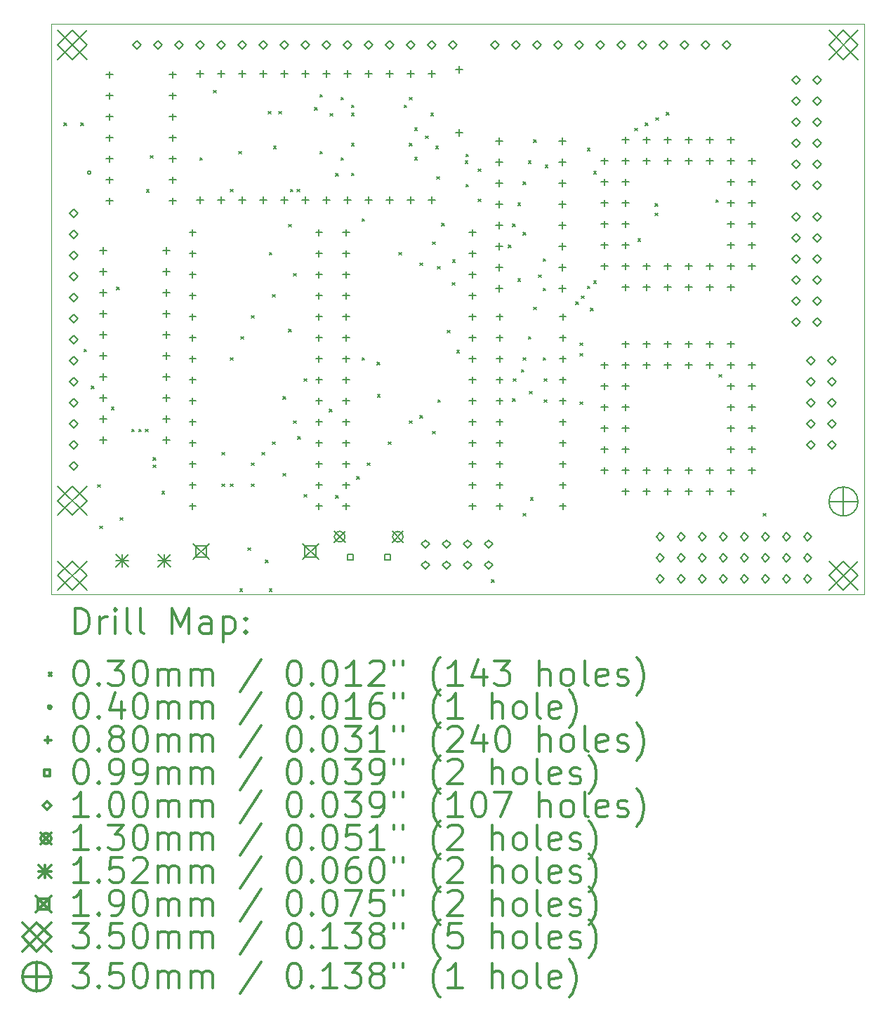
<source format=gbr>
%FSLAX45Y45*%
G04 Gerber Fmt 4.5, Leading zero omitted, Abs format (unit mm)*
G04 Created by KiCad (PCBNEW 5.1.9) date 2021-05-01 23:48:07*
%MOMM*%
%LPD*%
G01*
G04 APERTURE LIST*
%TA.AperFunction,Profile*%
%ADD10C,0.050000*%
%TD*%
%ADD11C,0.200000*%
%ADD12C,0.300000*%
G04 APERTURE END LIST*
D10*
X19646900Y-7327900D02*
X9842500Y-7327900D01*
X9842500Y-14211300D02*
X9944100Y-14211300D01*
X9842500Y-13335000D02*
X9842500Y-14211300D01*
X11391900Y-14211300D02*
X9944100Y-14211300D01*
X16522700Y-14211300D02*
X11391900Y-14211300D01*
X19062700Y-14211300D02*
X16522700Y-14211300D01*
X19646900Y-14211300D02*
X19062700Y-14211300D01*
X19646900Y-13335000D02*
X19646900Y-14211300D01*
X9842500Y-7327900D02*
X9842500Y-13335000D01*
X19646900Y-7327900D02*
X19646900Y-13335000D01*
D11*
X9992600Y-8519400D02*
X10022600Y-8549400D01*
X10022600Y-8519400D02*
X9992600Y-8549400D01*
X10195800Y-8519400D02*
X10225800Y-8549400D01*
X10225800Y-8519400D02*
X10195800Y-8549400D01*
X10233900Y-11249900D02*
X10263900Y-11279900D01*
X10263900Y-11249900D02*
X10233900Y-11279900D01*
X10322800Y-11694400D02*
X10352800Y-11724400D01*
X10352800Y-11694400D02*
X10322800Y-11724400D01*
X10399000Y-12885660D02*
X10429000Y-12915660D01*
X10429000Y-12885660D02*
X10399000Y-12915660D01*
X10424400Y-13383500D02*
X10454400Y-13413500D01*
X10454400Y-13383500D02*
X10424400Y-13413500D01*
X10564100Y-11948400D02*
X10594100Y-11978400D01*
X10594100Y-11948400D02*
X10564100Y-11978400D01*
X10627600Y-10500600D02*
X10657600Y-10530600D01*
X10657600Y-10500600D02*
X10627600Y-10530600D01*
X10672050Y-13281900D02*
X10702050Y-13311900D01*
X10702050Y-13281900D02*
X10672050Y-13311900D01*
X10811750Y-12215100D02*
X10841750Y-12245100D01*
X10841750Y-12215100D02*
X10811750Y-12245100D01*
X10894300Y-12215100D02*
X10924300Y-12245100D01*
X10924300Y-12215100D02*
X10894300Y-12245100D01*
X10976850Y-12215100D02*
X11006850Y-12245100D01*
X11006850Y-12215100D02*
X10976850Y-12245100D01*
X10989550Y-9325850D02*
X11019550Y-9355850D01*
X11019550Y-9325850D02*
X10989550Y-9355850D01*
X11034000Y-8913100D02*
X11064000Y-8943100D01*
X11064000Y-8913100D02*
X11034000Y-8943100D01*
X11067020Y-12646900D02*
X11097020Y-12676900D01*
X11097020Y-12646900D02*
X11067020Y-12676900D01*
X11068290Y-12560540D02*
X11098290Y-12590540D01*
X11098290Y-12560540D02*
X11068290Y-12590540D01*
X11173700Y-12964400D02*
X11203700Y-12994400D01*
X11203700Y-12964400D02*
X11173700Y-12994400D01*
X11630900Y-8938500D02*
X11660900Y-8968500D01*
X11660900Y-8938500D02*
X11630900Y-8968500D01*
X11796000Y-8125700D02*
X11826000Y-8155700D01*
X11826000Y-8125700D02*
X11796000Y-8155700D01*
X11897600Y-12494500D02*
X11927600Y-12524500D01*
X11927600Y-12494500D02*
X11897600Y-12524500D01*
X11897600Y-12875500D02*
X11927600Y-12905500D01*
X11927600Y-12875500D02*
X11897600Y-12905500D01*
X11999200Y-9319500D02*
X12029200Y-9349500D01*
X12029200Y-9319500D02*
X11999200Y-9349500D01*
X11999200Y-11351500D02*
X12029200Y-11381500D01*
X12029200Y-11351500D02*
X11999200Y-11381500D01*
X11999200Y-12875500D02*
X12029200Y-12905500D01*
X12029200Y-12875500D02*
X11999200Y-12905500D01*
X12100800Y-8862300D02*
X12130800Y-8892300D01*
X12130800Y-8862300D02*
X12100800Y-8892300D01*
X12113500Y-14143800D02*
X12143500Y-14173800D01*
X12143500Y-14143800D02*
X12113500Y-14173800D01*
X12126200Y-11097500D02*
X12156200Y-11127500D01*
X12156200Y-11097500D02*
X12126200Y-11127500D01*
X12212560Y-13645120D02*
X12242560Y-13675120D01*
X12242560Y-13645120D02*
X12212560Y-13675120D01*
X12253200Y-10843500D02*
X12283200Y-10873500D01*
X12283200Y-10843500D02*
X12253200Y-10873500D01*
X12253200Y-12621500D02*
X12283200Y-12651500D01*
X12283200Y-12621500D02*
X12253200Y-12651500D01*
X12253200Y-12875500D02*
X12283200Y-12905500D01*
X12283200Y-12875500D02*
X12253200Y-12905500D01*
X12380200Y-12494500D02*
X12410200Y-12524500D01*
X12410200Y-12494500D02*
X12380200Y-12524500D01*
X12423380Y-13794980D02*
X12453380Y-13824980D01*
X12453380Y-13794980D02*
X12423380Y-13824980D01*
X12456400Y-8379700D02*
X12486400Y-8409700D01*
X12486400Y-8379700D02*
X12456400Y-8409700D01*
X12469100Y-10081500D02*
X12499100Y-10111500D01*
X12499100Y-10081500D02*
X12469100Y-10111500D01*
X12469100Y-14143800D02*
X12499100Y-14173800D01*
X12499100Y-14143800D02*
X12469100Y-14173800D01*
X12507200Y-10589500D02*
X12537200Y-10619500D01*
X12537200Y-10589500D02*
X12507200Y-10619500D01*
X12507200Y-12367500D02*
X12537200Y-12397500D01*
X12537200Y-12367500D02*
X12507200Y-12397500D01*
X12519900Y-8798800D02*
X12549900Y-8828800D01*
X12549900Y-8798800D02*
X12519900Y-8828800D01*
X12583400Y-8379700D02*
X12613400Y-8409700D01*
X12613400Y-8379700D02*
X12583400Y-8409700D01*
X12634200Y-11821400D02*
X12664200Y-11851400D01*
X12664200Y-11821400D02*
X12634200Y-11851400D01*
X12634200Y-12748500D02*
X12664200Y-12778500D01*
X12664200Y-12748500D02*
X12634200Y-12778500D01*
X12703580Y-9745420D02*
X12733580Y-9775420D01*
X12733580Y-9745420D02*
X12703580Y-9775420D01*
X12703580Y-11008740D02*
X12733580Y-11038740D01*
X12733580Y-11008740D02*
X12703580Y-11038740D01*
X12723100Y-9319500D02*
X12753100Y-9349500D01*
X12753100Y-9319500D02*
X12723100Y-9349500D01*
X12761200Y-10335500D02*
X12791200Y-10365500D01*
X12791200Y-10335500D02*
X12761200Y-10365500D01*
X12761200Y-12113500D02*
X12791200Y-12143500D01*
X12791200Y-12113500D02*
X12761200Y-12143500D01*
X12803100Y-9319500D02*
X12833100Y-9349500D01*
X12833100Y-9319500D02*
X12803100Y-9349500D01*
X12812000Y-12304000D02*
X12842000Y-12334000D01*
X12842000Y-12304000D02*
X12812000Y-12334000D01*
X12888200Y-11605500D02*
X12918200Y-11635500D01*
X12918200Y-11605500D02*
X12888200Y-11635500D01*
X12888200Y-13002500D02*
X12918200Y-13032500D01*
X12918200Y-13002500D02*
X12888200Y-13032500D01*
X13015200Y-8333980D02*
X13045200Y-8363980D01*
X13045200Y-8333980D02*
X13015200Y-8363980D01*
X13078700Y-8176500D02*
X13108700Y-8206500D01*
X13108700Y-8176500D02*
X13078700Y-8206500D01*
X13078700Y-8862300D02*
X13108700Y-8892300D01*
X13108700Y-8862300D02*
X13078700Y-8892300D01*
X13193000Y-11973800D02*
X13223000Y-12003800D01*
X13223000Y-11973800D02*
X13193000Y-12003800D01*
X13203160Y-8407640D02*
X13233160Y-8437640D01*
X13233160Y-8407640D02*
X13203160Y-8437640D01*
X13269200Y-9131540D02*
X13299200Y-9161540D01*
X13299200Y-9131540D02*
X13269200Y-9161540D01*
X13269200Y-13015200D02*
X13299200Y-13045200D01*
X13299200Y-13015200D02*
X13269200Y-13045200D01*
X13332700Y-8209520D02*
X13362700Y-8239520D01*
X13362700Y-8209520D02*
X13332700Y-8239520D01*
X13332700Y-8941040D02*
X13362700Y-8971040D01*
X13362700Y-8941040D02*
X13332700Y-8971040D01*
X13458680Y-8766800D02*
X13488680Y-8796800D01*
X13488680Y-8766800D02*
X13458680Y-8796800D01*
X13459700Y-8303500D02*
X13489700Y-8333500D01*
X13489700Y-8303500D02*
X13459700Y-8333500D01*
X13459700Y-8400020D02*
X13489700Y-8430020D01*
X13489700Y-8400020D02*
X13459700Y-8430020D01*
X13459700Y-9123920D02*
X13489700Y-9153920D01*
X13489700Y-9123920D02*
X13459700Y-9153920D01*
X13523200Y-12786600D02*
X13553200Y-12816600D01*
X13553200Y-12786600D02*
X13523200Y-12816600D01*
X13586700Y-9675100D02*
X13616700Y-9705100D01*
X13616700Y-9675100D02*
X13586700Y-9705100D01*
X13586700Y-11351500D02*
X13616700Y-11381500D01*
X13616700Y-11351500D02*
X13586700Y-11381500D01*
X13650200Y-12621500D02*
X13680200Y-12651500D01*
X13680200Y-12621500D02*
X13650200Y-12651500D01*
X13770850Y-11409120D02*
X13800850Y-11439120D01*
X13800850Y-11409120D02*
X13770850Y-11439120D01*
X13772120Y-11798540D02*
X13802120Y-11828540D01*
X13802120Y-11798540D02*
X13772120Y-11828540D01*
X13904200Y-12367500D02*
X13934200Y-12397500D01*
X13934200Y-12367500D02*
X13904200Y-12397500D01*
X14031200Y-10081500D02*
X14061200Y-10111500D01*
X14061200Y-10081500D02*
X14031200Y-10111500D01*
X14094700Y-8303500D02*
X14124700Y-8333500D01*
X14124700Y-8303500D02*
X14094700Y-8333500D01*
X14158200Y-8209520D02*
X14188200Y-8239520D01*
X14188200Y-8209520D02*
X14158200Y-8239520D01*
X14158200Y-8765780D02*
X14188200Y-8795780D01*
X14188200Y-8765780D02*
X14158200Y-8795780D01*
X14158200Y-12113500D02*
X14188200Y-12143500D01*
X14188200Y-12113500D02*
X14158200Y-12143500D01*
X14221700Y-8577820D02*
X14251700Y-8607820D01*
X14251700Y-8577820D02*
X14221700Y-8607820D01*
X14221700Y-8933420D02*
X14251700Y-8963420D01*
X14251700Y-8933420D02*
X14221700Y-8963420D01*
X14285200Y-10208500D02*
X14315200Y-10238500D01*
X14315200Y-10208500D02*
X14285200Y-10238500D01*
X14285200Y-12050000D02*
X14315200Y-12080000D01*
X14315200Y-12050000D02*
X14285200Y-12080000D01*
X14351240Y-8676880D02*
X14381240Y-8706880D01*
X14381240Y-8676880D02*
X14351240Y-8706880D01*
X14417280Y-8400020D02*
X14447280Y-8430020D01*
X14447280Y-8400020D02*
X14417280Y-8430020D01*
X14437600Y-9954500D02*
X14467600Y-9984500D01*
X14467600Y-9954500D02*
X14437600Y-9984500D01*
X14437600Y-12240500D02*
X14467600Y-12270500D01*
X14467600Y-12240500D02*
X14437600Y-12270500D01*
X14475700Y-8798800D02*
X14505700Y-8828800D01*
X14505700Y-8798800D02*
X14475700Y-8828800D01*
X14488400Y-9167100D02*
X14518400Y-9197100D01*
X14518400Y-9167100D02*
X14488400Y-9197100D01*
X14495220Y-10250259D02*
X14525220Y-10280259D01*
X14525220Y-10250259D02*
X14495220Y-10280259D01*
X14501100Y-11859500D02*
X14531100Y-11889500D01*
X14531100Y-11859500D02*
X14501100Y-11889500D01*
X14549360Y-9732720D02*
X14579360Y-9762720D01*
X14579360Y-9732720D02*
X14549360Y-9762720D01*
X14615400Y-11021300D02*
X14645400Y-11051300D01*
X14645400Y-11021300D02*
X14615400Y-11051300D01*
X14675739Y-10446639D02*
X14705739Y-10476639D01*
X14705739Y-10446639D02*
X14675739Y-10476639D01*
X14678900Y-10170400D02*
X14708900Y-10200400D01*
X14708900Y-10170400D02*
X14678900Y-10200400D01*
X14729700Y-11262740D02*
X14759700Y-11292740D01*
X14759700Y-11262740D02*
X14729700Y-11292740D01*
X14831300Y-8976600D02*
X14861300Y-9006600D01*
X14861300Y-8976600D02*
X14831300Y-9006600D01*
X14838920Y-8895320D02*
X14868920Y-8925320D01*
X14868920Y-8895320D02*
X14838920Y-8925320D01*
X14838920Y-9261080D02*
X14868920Y-9291080D01*
X14868920Y-9261080D02*
X14838920Y-9291080D01*
X14988780Y-9073120D02*
X15018780Y-9103120D01*
X15018780Y-9073120D02*
X14988780Y-9103120D01*
X14988780Y-9438880D02*
X15018780Y-9468880D01*
X15018780Y-9438880D02*
X14988780Y-9468880D01*
X15148800Y-14031200D02*
X15178800Y-14061200D01*
X15178800Y-14031200D02*
X15148800Y-14061200D01*
X15352000Y-9992600D02*
X15382000Y-10022600D01*
X15382000Y-9992600D02*
X15352000Y-10022600D01*
X15402800Y-9738600D02*
X15432800Y-9768600D01*
X15432800Y-9738600D02*
X15402800Y-9768600D01*
X15402800Y-11846800D02*
X15432800Y-11876800D01*
X15432800Y-11846800D02*
X15402800Y-11876800D01*
X15409620Y-11605500D02*
X15439620Y-11635500D01*
X15439620Y-11605500D02*
X15409620Y-11635500D01*
X15466300Y-9484600D02*
X15496300Y-9514600D01*
X15496300Y-9484600D02*
X15466300Y-9514600D01*
X15467240Y-10398060D02*
X15497240Y-10428060D01*
X15497240Y-10398060D02*
X15467240Y-10428060D01*
X15510420Y-11497880D02*
X15540420Y-11527880D01*
X15540420Y-11497880D02*
X15510420Y-11527880D01*
X15529800Y-9230600D02*
X15559800Y-9260600D01*
X15559800Y-9230600D02*
X15529800Y-9260600D01*
X15529800Y-9840200D02*
X15559800Y-9870200D01*
X15559800Y-9840200D02*
X15529800Y-9870200D01*
X15529800Y-11351500D02*
X15559800Y-11381500D01*
X15559800Y-11351500D02*
X15529800Y-11381500D01*
X15529800Y-13231100D02*
X15559800Y-13261100D01*
X15559800Y-13231100D02*
X15529800Y-13261100D01*
X15593300Y-8976600D02*
X15623300Y-9006600D01*
X15623300Y-8976600D02*
X15593300Y-9006600D01*
X15593300Y-11097500D02*
X15623300Y-11127500D01*
X15623300Y-11097500D02*
X15593300Y-11127500D01*
X15606000Y-11757900D02*
X15636000Y-11787900D01*
X15636000Y-11757900D02*
X15606000Y-11787900D01*
X15618700Y-13040740D02*
X15648700Y-13070740D01*
X15648700Y-13040740D02*
X15618700Y-13070740D01*
X15656800Y-8722600D02*
X15686800Y-8752600D01*
X15686800Y-8722600D02*
X15656800Y-8752600D01*
X15656800Y-10741900D02*
X15686800Y-10771900D01*
X15686800Y-10741900D02*
X15656800Y-10771900D01*
X15714420Y-10354080D02*
X15744420Y-10384080D01*
X15744420Y-10354080D02*
X15714420Y-10384080D01*
X15772040Y-10158640D02*
X15802040Y-10188640D01*
X15802040Y-10158640D02*
X15772040Y-10188640D01*
X15772040Y-10512360D02*
X15802040Y-10542360D01*
X15802040Y-10512360D02*
X15772040Y-10542360D01*
X15772040Y-11351500D02*
X15802040Y-11381500D01*
X15802040Y-11351500D02*
X15772040Y-11381500D01*
X15783800Y-11605500D02*
X15813800Y-11635500D01*
X15813800Y-11605500D02*
X15783800Y-11635500D01*
X15783800Y-11859500D02*
X15813800Y-11889500D01*
X15813800Y-11859500D02*
X15783800Y-11889500D01*
X15796500Y-9027400D02*
X15826500Y-9057400D01*
X15826500Y-9027400D02*
X15796500Y-9057400D01*
X16164800Y-10678400D02*
X16194800Y-10708400D01*
X16194800Y-10678400D02*
X16164800Y-10708400D01*
X16215600Y-11173700D02*
X16245600Y-11203700D01*
X16245600Y-11173700D02*
X16215600Y-11203700D01*
X16215600Y-11300700D02*
X16245600Y-11330700D01*
X16245600Y-11300700D02*
X16215600Y-11330700D01*
X16215600Y-11884900D02*
X16245600Y-11914900D01*
X16245600Y-11884900D02*
X16215600Y-11914900D01*
X16234650Y-10608550D02*
X16264650Y-10638550D01*
X16264650Y-10608550D02*
X16234650Y-10638550D01*
X16304500Y-8824200D02*
X16334500Y-8854200D01*
X16334500Y-8824200D02*
X16304500Y-8854200D01*
X16304500Y-10487900D02*
X16334500Y-10517900D01*
X16334500Y-10487900D02*
X16304500Y-10517900D01*
X16342600Y-10754600D02*
X16372600Y-10784600D01*
X16372600Y-10754600D02*
X16342600Y-10784600D01*
X16380700Y-9103600D02*
X16410700Y-9133600D01*
X16410700Y-9103600D02*
X16380700Y-9133600D01*
X16380700Y-10424400D02*
X16410700Y-10454400D01*
X16410700Y-10424400D02*
X16380700Y-10454400D01*
X16876000Y-8582900D02*
X16906000Y-8612900D01*
X16906000Y-8582900D02*
X16876000Y-8612900D01*
X16914100Y-9916400D02*
X16944100Y-9946400D01*
X16944100Y-9916400D02*
X16914100Y-9946400D01*
X17003000Y-8519400D02*
X17033000Y-8549400D01*
X17033000Y-8519400D02*
X17003000Y-8549400D01*
X17121000Y-9493600D02*
X17151000Y-9523600D01*
X17151000Y-9493600D02*
X17121000Y-9523600D01*
X17121000Y-9607900D02*
X17151000Y-9637900D01*
X17151000Y-9607900D02*
X17121000Y-9637900D01*
X17130000Y-8455900D02*
X17160000Y-8485900D01*
X17160000Y-8455900D02*
X17130000Y-8485900D01*
X17257000Y-8392400D02*
X17287000Y-8422400D01*
X17287000Y-8392400D02*
X17257000Y-8422400D01*
X17853900Y-9446500D02*
X17883900Y-9476500D01*
X17883900Y-9446500D02*
X17853900Y-9476500D01*
X17892000Y-11554700D02*
X17922000Y-11584700D01*
X17922000Y-11554700D02*
X17892000Y-11584700D01*
X18425400Y-13231100D02*
X18455400Y-13261100D01*
X18455400Y-13231100D02*
X18425400Y-13261100D01*
X10314620Y-9118600D02*
G75*
G03*
X10314620Y-9118600I-20000J0D01*
G01*
X10464800Y-10018400D02*
X10464800Y-10098400D01*
X10424800Y-10058400D02*
X10504800Y-10058400D01*
X10464800Y-10272400D02*
X10464800Y-10352400D01*
X10424800Y-10312400D02*
X10504800Y-10312400D01*
X10464800Y-10526400D02*
X10464800Y-10606400D01*
X10424800Y-10566400D02*
X10504800Y-10566400D01*
X10464800Y-10780400D02*
X10464800Y-10860400D01*
X10424800Y-10820400D02*
X10504800Y-10820400D01*
X10464800Y-11034400D02*
X10464800Y-11114400D01*
X10424800Y-11074400D02*
X10504800Y-11074400D01*
X10464800Y-11288400D02*
X10464800Y-11368400D01*
X10424800Y-11328400D02*
X10504800Y-11328400D01*
X10464800Y-11542400D02*
X10464800Y-11622400D01*
X10424800Y-11582400D02*
X10504800Y-11582400D01*
X10464800Y-11796400D02*
X10464800Y-11876400D01*
X10424800Y-11836400D02*
X10504800Y-11836400D01*
X10464800Y-12050400D02*
X10464800Y-12130400D01*
X10424800Y-12090400D02*
X10504800Y-12090400D01*
X10464800Y-12304400D02*
X10464800Y-12384400D01*
X10424800Y-12344400D02*
X10504800Y-12344400D01*
X10541000Y-7897500D02*
X10541000Y-7977500D01*
X10501000Y-7937500D02*
X10581000Y-7937500D01*
X10541000Y-8151500D02*
X10541000Y-8231500D01*
X10501000Y-8191500D02*
X10581000Y-8191500D01*
X10541000Y-8405500D02*
X10541000Y-8485500D01*
X10501000Y-8445500D02*
X10581000Y-8445500D01*
X10541000Y-8659500D02*
X10541000Y-8739500D01*
X10501000Y-8699500D02*
X10581000Y-8699500D01*
X10541000Y-8913500D02*
X10541000Y-8993500D01*
X10501000Y-8953500D02*
X10581000Y-8953500D01*
X10541000Y-9167500D02*
X10541000Y-9247500D01*
X10501000Y-9207500D02*
X10581000Y-9207500D01*
X10541000Y-9421500D02*
X10541000Y-9501500D01*
X10501000Y-9461500D02*
X10581000Y-9461500D01*
X11226800Y-10018400D02*
X11226800Y-10098400D01*
X11186800Y-10058400D02*
X11266800Y-10058400D01*
X11226800Y-10272400D02*
X11226800Y-10352400D01*
X11186800Y-10312400D02*
X11266800Y-10312400D01*
X11226800Y-10526400D02*
X11226800Y-10606400D01*
X11186800Y-10566400D02*
X11266800Y-10566400D01*
X11226800Y-10780400D02*
X11226800Y-10860400D01*
X11186800Y-10820400D02*
X11266800Y-10820400D01*
X11226800Y-11034400D02*
X11226800Y-11114400D01*
X11186800Y-11074400D02*
X11266800Y-11074400D01*
X11226800Y-11288400D02*
X11226800Y-11368400D01*
X11186800Y-11328400D02*
X11266800Y-11328400D01*
X11226800Y-11542400D02*
X11226800Y-11622400D01*
X11186800Y-11582400D02*
X11266800Y-11582400D01*
X11226800Y-11796400D02*
X11226800Y-11876400D01*
X11186800Y-11836400D02*
X11266800Y-11836400D01*
X11226800Y-12050400D02*
X11226800Y-12130400D01*
X11186800Y-12090400D02*
X11266800Y-12090400D01*
X11226800Y-12304400D02*
X11226800Y-12384400D01*
X11186800Y-12344400D02*
X11266800Y-12344400D01*
X11303000Y-7897500D02*
X11303000Y-7977500D01*
X11263000Y-7937500D02*
X11343000Y-7937500D01*
X11303000Y-8151500D02*
X11303000Y-8231500D01*
X11263000Y-8191500D02*
X11343000Y-8191500D01*
X11303000Y-8405500D02*
X11303000Y-8485500D01*
X11263000Y-8445500D02*
X11343000Y-8445500D01*
X11303000Y-8659500D02*
X11303000Y-8739500D01*
X11263000Y-8699500D02*
X11343000Y-8699500D01*
X11303000Y-8913500D02*
X11303000Y-8993500D01*
X11263000Y-8953500D02*
X11343000Y-8953500D01*
X11303000Y-9167500D02*
X11303000Y-9247500D01*
X11263000Y-9207500D02*
X11343000Y-9207500D01*
X11303000Y-9421500D02*
X11303000Y-9501500D01*
X11263000Y-9461500D02*
X11343000Y-9461500D01*
X11544300Y-9802500D02*
X11544300Y-9882500D01*
X11504300Y-9842500D02*
X11584300Y-9842500D01*
X11544300Y-10056500D02*
X11544300Y-10136500D01*
X11504300Y-10096500D02*
X11584300Y-10096500D01*
X11544300Y-10310500D02*
X11544300Y-10390500D01*
X11504300Y-10350500D02*
X11584300Y-10350500D01*
X11544300Y-10564500D02*
X11544300Y-10644500D01*
X11504300Y-10604500D02*
X11584300Y-10604500D01*
X11544300Y-10818500D02*
X11544300Y-10898500D01*
X11504300Y-10858500D02*
X11584300Y-10858500D01*
X11544300Y-11072500D02*
X11544300Y-11152500D01*
X11504300Y-11112500D02*
X11584300Y-11112500D01*
X11544300Y-11326500D02*
X11544300Y-11406500D01*
X11504300Y-11366500D02*
X11584300Y-11366500D01*
X11544300Y-11580500D02*
X11544300Y-11660500D01*
X11504300Y-11620500D02*
X11584300Y-11620500D01*
X11544300Y-11834500D02*
X11544300Y-11914500D01*
X11504300Y-11874500D02*
X11584300Y-11874500D01*
X11544300Y-12088500D02*
X11544300Y-12168500D01*
X11504300Y-12128500D02*
X11584300Y-12128500D01*
X11544300Y-12342500D02*
X11544300Y-12422500D01*
X11504300Y-12382500D02*
X11584300Y-12382500D01*
X11544300Y-12596500D02*
X11544300Y-12676500D01*
X11504300Y-12636500D02*
X11584300Y-12636500D01*
X11544300Y-12850500D02*
X11544300Y-12930500D01*
X11504300Y-12890500D02*
X11584300Y-12890500D01*
X11544300Y-13104500D02*
X11544300Y-13184500D01*
X11504300Y-13144500D02*
X11584300Y-13144500D01*
X11633200Y-7884800D02*
X11633200Y-7964800D01*
X11593200Y-7924800D02*
X11673200Y-7924800D01*
X11633200Y-9408800D02*
X11633200Y-9488800D01*
X11593200Y-9448800D02*
X11673200Y-9448800D01*
X11887200Y-7884800D02*
X11887200Y-7964800D01*
X11847200Y-7924800D02*
X11927200Y-7924800D01*
X11887200Y-9408800D02*
X11887200Y-9488800D01*
X11847200Y-9448800D02*
X11927200Y-9448800D01*
X12141200Y-7884800D02*
X12141200Y-7964800D01*
X12101200Y-7924800D02*
X12181200Y-7924800D01*
X12141200Y-9408800D02*
X12141200Y-9488800D01*
X12101200Y-9448800D02*
X12181200Y-9448800D01*
X12395200Y-7884800D02*
X12395200Y-7964800D01*
X12355200Y-7924800D02*
X12435200Y-7924800D01*
X12395200Y-9408800D02*
X12395200Y-9488800D01*
X12355200Y-9448800D02*
X12435200Y-9448800D01*
X12649200Y-7884800D02*
X12649200Y-7964800D01*
X12609200Y-7924800D02*
X12689200Y-7924800D01*
X12649200Y-9408800D02*
X12649200Y-9488800D01*
X12609200Y-9448800D02*
X12689200Y-9448800D01*
X12903200Y-7884800D02*
X12903200Y-7964800D01*
X12863200Y-7924800D02*
X12943200Y-7924800D01*
X12903200Y-9408800D02*
X12903200Y-9488800D01*
X12863200Y-9448800D02*
X12943200Y-9448800D01*
X13068300Y-9802500D02*
X13068300Y-9882500D01*
X13028300Y-9842500D02*
X13108300Y-9842500D01*
X13068300Y-10056500D02*
X13068300Y-10136500D01*
X13028300Y-10096500D02*
X13108300Y-10096500D01*
X13068300Y-10310500D02*
X13068300Y-10390500D01*
X13028300Y-10350500D02*
X13108300Y-10350500D01*
X13068300Y-10564500D02*
X13068300Y-10644500D01*
X13028300Y-10604500D02*
X13108300Y-10604500D01*
X13068300Y-10818500D02*
X13068300Y-10898500D01*
X13028300Y-10858500D02*
X13108300Y-10858500D01*
X13068300Y-11072500D02*
X13068300Y-11152500D01*
X13028300Y-11112500D02*
X13108300Y-11112500D01*
X13068300Y-11326500D02*
X13068300Y-11406500D01*
X13028300Y-11366500D02*
X13108300Y-11366500D01*
X13068300Y-11580500D02*
X13068300Y-11660500D01*
X13028300Y-11620500D02*
X13108300Y-11620500D01*
X13068300Y-11834500D02*
X13068300Y-11914500D01*
X13028300Y-11874500D02*
X13108300Y-11874500D01*
X13068300Y-12088500D02*
X13068300Y-12168500D01*
X13028300Y-12128500D02*
X13108300Y-12128500D01*
X13068300Y-12342500D02*
X13068300Y-12422500D01*
X13028300Y-12382500D02*
X13108300Y-12382500D01*
X13068300Y-12596500D02*
X13068300Y-12676500D01*
X13028300Y-12636500D02*
X13108300Y-12636500D01*
X13068300Y-12850500D02*
X13068300Y-12930500D01*
X13028300Y-12890500D02*
X13108300Y-12890500D01*
X13068300Y-13104500D02*
X13068300Y-13184500D01*
X13028300Y-13144500D02*
X13108300Y-13144500D01*
X13157200Y-7884800D02*
X13157200Y-7964800D01*
X13117200Y-7924800D02*
X13197200Y-7924800D01*
X13157200Y-9408800D02*
X13157200Y-9488800D01*
X13117200Y-9448800D02*
X13197200Y-9448800D01*
X13395960Y-9802500D02*
X13395960Y-9882500D01*
X13355960Y-9842500D02*
X13435960Y-9842500D01*
X13395960Y-10056500D02*
X13395960Y-10136500D01*
X13355960Y-10096500D02*
X13435960Y-10096500D01*
X13395960Y-10310500D02*
X13395960Y-10390500D01*
X13355960Y-10350500D02*
X13435960Y-10350500D01*
X13395960Y-10564500D02*
X13395960Y-10644500D01*
X13355960Y-10604500D02*
X13435960Y-10604500D01*
X13395960Y-10818500D02*
X13395960Y-10898500D01*
X13355960Y-10858500D02*
X13435960Y-10858500D01*
X13395960Y-11072500D02*
X13395960Y-11152500D01*
X13355960Y-11112500D02*
X13435960Y-11112500D01*
X13395960Y-11326500D02*
X13395960Y-11406500D01*
X13355960Y-11366500D02*
X13435960Y-11366500D01*
X13395960Y-11580500D02*
X13395960Y-11660500D01*
X13355960Y-11620500D02*
X13435960Y-11620500D01*
X13395960Y-11834500D02*
X13395960Y-11914500D01*
X13355960Y-11874500D02*
X13435960Y-11874500D01*
X13395960Y-12088500D02*
X13395960Y-12168500D01*
X13355960Y-12128500D02*
X13435960Y-12128500D01*
X13395960Y-12342500D02*
X13395960Y-12422500D01*
X13355960Y-12382500D02*
X13435960Y-12382500D01*
X13395960Y-12596500D02*
X13395960Y-12676500D01*
X13355960Y-12636500D02*
X13435960Y-12636500D01*
X13395960Y-12850500D02*
X13395960Y-12930500D01*
X13355960Y-12890500D02*
X13435960Y-12890500D01*
X13395960Y-13104500D02*
X13395960Y-13184500D01*
X13355960Y-13144500D02*
X13435960Y-13144500D01*
X13411200Y-7884800D02*
X13411200Y-7964800D01*
X13371200Y-7924800D02*
X13451200Y-7924800D01*
X13411200Y-9408800D02*
X13411200Y-9488800D01*
X13371200Y-9448800D02*
X13451200Y-9448800D01*
X13665200Y-7884800D02*
X13665200Y-7964800D01*
X13625200Y-7924800D02*
X13705200Y-7924800D01*
X13665200Y-9408800D02*
X13665200Y-9488800D01*
X13625200Y-9448800D02*
X13705200Y-9448800D01*
X13919200Y-7884800D02*
X13919200Y-7964800D01*
X13879200Y-7924800D02*
X13959200Y-7924800D01*
X13919200Y-9408800D02*
X13919200Y-9488800D01*
X13879200Y-9448800D02*
X13959200Y-9448800D01*
X14173200Y-7884800D02*
X14173200Y-7964800D01*
X14133200Y-7924800D02*
X14213200Y-7924800D01*
X14173200Y-9408800D02*
X14173200Y-9488800D01*
X14133200Y-9448800D02*
X14213200Y-9448800D01*
X14427200Y-7884800D02*
X14427200Y-7964800D01*
X14387200Y-7924800D02*
X14467200Y-7924800D01*
X14427200Y-9408800D02*
X14427200Y-9488800D01*
X14387200Y-9448800D02*
X14467200Y-9448800D01*
X14757400Y-7834000D02*
X14757400Y-7914000D01*
X14717400Y-7874000D02*
X14797400Y-7874000D01*
X14757400Y-8596000D02*
X14757400Y-8676000D01*
X14717400Y-8636000D02*
X14797400Y-8636000D01*
X14919960Y-9802500D02*
X14919960Y-9882500D01*
X14879960Y-9842500D02*
X14959960Y-9842500D01*
X14919960Y-10056500D02*
X14919960Y-10136500D01*
X14879960Y-10096500D02*
X14959960Y-10096500D01*
X14919960Y-10310500D02*
X14919960Y-10390500D01*
X14879960Y-10350500D02*
X14959960Y-10350500D01*
X14919960Y-10564500D02*
X14919960Y-10644500D01*
X14879960Y-10604500D02*
X14959960Y-10604500D01*
X14919960Y-10818500D02*
X14919960Y-10898500D01*
X14879960Y-10858500D02*
X14959960Y-10858500D01*
X14919960Y-11072500D02*
X14919960Y-11152500D01*
X14879960Y-11112500D02*
X14959960Y-11112500D01*
X14919960Y-11326500D02*
X14919960Y-11406500D01*
X14879960Y-11366500D02*
X14959960Y-11366500D01*
X14919960Y-11580500D02*
X14919960Y-11660500D01*
X14879960Y-11620500D02*
X14959960Y-11620500D01*
X14919960Y-11834500D02*
X14919960Y-11914500D01*
X14879960Y-11874500D02*
X14959960Y-11874500D01*
X14919960Y-12088500D02*
X14919960Y-12168500D01*
X14879960Y-12128500D02*
X14959960Y-12128500D01*
X14919960Y-12342500D02*
X14919960Y-12422500D01*
X14879960Y-12382500D02*
X14959960Y-12382500D01*
X14919960Y-12596500D02*
X14919960Y-12676500D01*
X14879960Y-12636500D02*
X14959960Y-12636500D01*
X14919960Y-12850500D02*
X14919960Y-12930500D01*
X14879960Y-12890500D02*
X14959960Y-12890500D01*
X14919960Y-13104500D02*
X14919960Y-13184500D01*
X14879960Y-13144500D02*
X14959960Y-13144500D01*
X15240000Y-8697600D02*
X15240000Y-8777600D01*
X15200000Y-8737600D02*
X15280000Y-8737600D01*
X15240000Y-8951600D02*
X15240000Y-9031600D01*
X15200000Y-8991600D02*
X15280000Y-8991600D01*
X15240000Y-9205600D02*
X15240000Y-9285600D01*
X15200000Y-9245600D02*
X15280000Y-9245600D01*
X15240000Y-9459600D02*
X15240000Y-9539600D01*
X15200000Y-9499600D02*
X15280000Y-9499600D01*
X15240000Y-9713600D02*
X15240000Y-9793600D01*
X15200000Y-9753600D02*
X15280000Y-9753600D01*
X15240000Y-9967600D02*
X15240000Y-10047600D01*
X15200000Y-10007600D02*
X15280000Y-10007600D01*
X15240000Y-10221600D02*
X15240000Y-10301600D01*
X15200000Y-10261600D02*
X15280000Y-10261600D01*
X15240000Y-10475600D02*
X15240000Y-10555600D01*
X15200000Y-10515600D02*
X15280000Y-10515600D01*
X15245080Y-10818500D02*
X15245080Y-10898500D01*
X15205080Y-10858500D02*
X15285080Y-10858500D01*
X15245080Y-11072500D02*
X15245080Y-11152500D01*
X15205080Y-11112500D02*
X15285080Y-11112500D01*
X15245080Y-11326500D02*
X15245080Y-11406500D01*
X15205080Y-11366500D02*
X15285080Y-11366500D01*
X15245080Y-11580500D02*
X15245080Y-11660500D01*
X15205080Y-11620500D02*
X15285080Y-11620500D01*
X15245080Y-11834500D02*
X15245080Y-11914500D01*
X15205080Y-11874500D02*
X15285080Y-11874500D01*
X15245080Y-12088500D02*
X15245080Y-12168500D01*
X15205080Y-12128500D02*
X15285080Y-12128500D01*
X15245080Y-12342500D02*
X15245080Y-12422500D01*
X15205080Y-12382500D02*
X15285080Y-12382500D01*
X15245080Y-12596500D02*
X15245080Y-12676500D01*
X15205080Y-12636500D02*
X15285080Y-12636500D01*
X15245080Y-12850500D02*
X15245080Y-12930500D01*
X15205080Y-12890500D02*
X15285080Y-12890500D01*
X15245080Y-13104500D02*
X15245080Y-13184500D01*
X15205080Y-13144500D02*
X15285080Y-13144500D01*
X16002000Y-8697600D02*
X16002000Y-8777600D01*
X15962000Y-8737600D02*
X16042000Y-8737600D01*
X16002000Y-8951600D02*
X16002000Y-9031600D01*
X15962000Y-8991600D02*
X16042000Y-8991600D01*
X16002000Y-9205600D02*
X16002000Y-9285600D01*
X15962000Y-9245600D02*
X16042000Y-9245600D01*
X16002000Y-9459600D02*
X16002000Y-9539600D01*
X15962000Y-9499600D02*
X16042000Y-9499600D01*
X16002000Y-9713600D02*
X16002000Y-9793600D01*
X15962000Y-9753600D02*
X16042000Y-9753600D01*
X16002000Y-9967600D02*
X16002000Y-10047600D01*
X15962000Y-10007600D02*
X16042000Y-10007600D01*
X16002000Y-10221600D02*
X16002000Y-10301600D01*
X15962000Y-10261600D02*
X16042000Y-10261600D01*
X16002000Y-10475600D02*
X16002000Y-10555600D01*
X15962000Y-10515600D02*
X16042000Y-10515600D01*
X16007080Y-10818500D02*
X16007080Y-10898500D01*
X15967080Y-10858500D02*
X16047080Y-10858500D01*
X16007080Y-11072500D02*
X16007080Y-11152500D01*
X15967080Y-11112500D02*
X16047080Y-11112500D01*
X16007080Y-11326500D02*
X16007080Y-11406500D01*
X15967080Y-11366500D02*
X16047080Y-11366500D01*
X16007080Y-11580500D02*
X16007080Y-11660500D01*
X15967080Y-11620500D02*
X16047080Y-11620500D01*
X16007080Y-11834500D02*
X16007080Y-11914500D01*
X15967080Y-11874500D02*
X16047080Y-11874500D01*
X16007080Y-12088500D02*
X16007080Y-12168500D01*
X15967080Y-12128500D02*
X16047080Y-12128500D01*
X16007080Y-12342500D02*
X16007080Y-12422500D01*
X15967080Y-12382500D02*
X16047080Y-12382500D01*
X16007080Y-12596500D02*
X16007080Y-12676500D01*
X15967080Y-12636500D02*
X16047080Y-12636500D01*
X16007080Y-12850500D02*
X16007080Y-12930500D01*
X15967080Y-12890500D02*
X16047080Y-12890500D01*
X16007080Y-13104500D02*
X16007080Y-13184500D01*
X15967080Y-13144500D02*
X16047080Y-13144500D01*
X16510000Y-8938900D02*
X16510000Y-9018900D01*
X16470000Y-8978900D02*
X16550000Y-8978900D01*
X16510000Y-9192900D02*
X16510000Y-9272900D01*
X16470000Y-9232900D02*
X16550000Y-9232900D01*
X16510000Y-9446900D02*
X16510000Y-9526900D01*
X16470000Y-9486900D02*
X16550000Y-9486900D01*
X16510000Y-9700900D02*
X16510000Y-9780900D01*
X16470000Y-9740900D02*
X16550000Y-9740900D01*
X16510000Y-9954900D02*
X16510000Y-10034900D01*
X16470000Y-9994900D02*
X16550000Y-9994900D01*
X16510000Y-10208900D02*
X16510000Y-10288900D01*
X16470000Y-10248900D02*
X16550000Y-10248900D01*
X16510000Y-11402700D02*
X16510000Y-11482700D01*
X16470000Y-11442700D02*
X16550000Y-11442700D01*
X16510000Y-11656700D02*
X16510000Y-11736700D01*
X16470000Y-11696700D02*
X16550000Y-11696700D01*
X16510000Y-11910700D02*
X16510000Y-11990700D01*
X16470000Y-11950700D02*
X16550000Y-11950700D01*
X16510000Y-12164700D02*
X16510000Y-12244700D01*
X16470000Y-12204700D02*
X16550000Y-12204700D01*
X16510000Y-12418700D02*
X16510000Y-12498700D01*
X16470000Y-12458700D02*
X16550000Y-12458700D01*
X16510000Y-12672700D02*
X16510000Y-12752700D01*
X16470000Y-12712700D02*
X16550000Y-12712700D01*
X16764000Y-8684900D02*
X16764000Y-8764900D01*
X16724000Y-8724900D02*
X16804000Y-8724900D01*
X16764000Y-8938900D02*
X16764000Y-9018900D01*
X16724000Y-8978900D02*
X16804000Y-8978900D01*
X16764000Y-9192900D02*
X16764000Y-9272900D01*
X16724000Y-9232900D02*
X16804000Y-9232900D01*
X16764000Y-9446900D02*
X16764000Y-9526900D01*
X16724000Y-9486900D02*
X16804000Y-9486900D01*
X16764000Y-9700900D02*
X16764000Y-9780900D01*
X16724000Y-9740900D02*
X16804000Y-9740900D01*
X16764000Y-9954900D02*
X16764000Y-10034900D01*
X16724000Y-9994900D02*
X16804000Y-9994900D01*
X16764000Y-10208900D02*
X16764000Y-10288900D01*
X16724000Y-10248900D02*
X16804000Y-10248900D01*
X16764000Y-10462900D02*
X16764000Y-10542900D01*
X16724000Y-10502900D02*
X16804000Y-10502900D01*
X16764000Y-11148700D02*
X16764000Y-11228700D01*
X16724000Y-11188700D02*
X16804000Y-11188700D01*
X16764000Y-11402700D02*
X16764000Y-11482700D01*
X16724000Y-11442700D02*
X16804000Y-11442700D01*
X16764000Y-11656700D02*
X16764000Y-11736700D01*
X16724000Y-11696700D02*
X16804000Y-11696700D01*
X16764000Y-11910700D02*
X16764000Y-11990700D01*
X16724000Y-11950700D02*
X16804000Y-11950700D01*
X16764000Y-12164700D02*
X16764000Y-12244700D01*
X16724000Y-12204700D02*
X16804000Y-12204700D01*
X16764000Y-12418700D02*
X16764000Y-12498700D01*
X16724000Y-12458700D02*
X16804000Y-12458700D01*
X16764000Y-12672700D02*
X16764000Y-12752700D01*
X16724000Y-12712700D02*
X16804000Y-12712700D01*
X16764000Y-12926700D02*
X16764000Y-13006700D01*
X16724000Y-12966700D02*
X16804000Y-12966700D01*
X17018000Y-8684900D02*
X17018000Y-8764900D01*
X16978000Y-8724900D02*
X17058000Y-8724900D01*
X17018000Y-8938900D02*
X17018000Y-9018900D01*
X16978000Y-8978900D02*
X17058000Y-8978900D01*
X17018000Y-10208900D02*
X17018000Y-10288900D01*
X16978000Y-10248900D02*
X17058000Y-10248900D01*
X17018000Y-10462900D02*
X17018000Y-10542900D01*
X16978000Y-10502900D02*
X17058000Y-10502900D01*
X17018000Y-11148700D02*
X17018000Y-11228700D01*
X16978000Y-11188700D02*
X17058000Y-11188700D01*
X17018000Y-11402700D02*
X17018000Y-11482700D01*
X16978000Y-11442700D02*
X17058000Y-11442700D01*
X17018000Y-12672700D02*
X17018000Y-12752700D01*
X16978000Y-12712700D02*
X17058000Y-12712700D01*
X17018000Y-12926700D02*
X17018000Y-13006700D01*
X16978000Y-12966700D02*
X17058000Y-12966700D01*
X17272000Y-8684900D02*
X17272000Y-8764900D01*
X17232000Y-8724900D02*
X17312000Y-8724900D01*
X17272000Y-8938900D02*
X17272000Y-9018900D01*
X17232000Y-8978900D02*
X17312000Y-8978900D01*
X17272000Y-10208900D02*
X17272000Y-10288900D01*
X17232000Y-10248900D02*
X17312000Y-10248900D01*
X17272000Y-10462900D02*
X17272000Y-10542900D01*
X17232000Y-10502900D02*
X17312000Y-10502900D01*
X17272000Y-11148700D02*
X17272000Y-11228700D01*
X17232000Y-11188700D02*
X17312000Y-11188700D01*
X17272000Y-11402700D02*
X17272000Y-11482700D01*
X17232000Y-11442700D02*
X17312000Y-11442700D01*
X17272000Y-12672700D02*
X17272000Y-12752700D01*
X17232000Y-12712700D02*
X17312000Y-12712700D01*
X17272000Y-12926700D02*
X17272000Y-13006700D01*
X17232000Y-12966700D02*
X17312000Y-12966700D01*
X17526000Y-8684900D02*
X17526000Y-8764900D01*
X17486000Y-8724900D02*
X17566000Y-8724900D01*
X17526000Y-8938900D02*
X17526000Y-9018900D01*
X17486000Y-8978900D02*
X17566000Y-8978900D01*
X17526000Y-10208900D02*
X17526000Y-10288900D01*
X17486000Y-10248900D02*
X17566000Y-10248900D01*
X17526000Y-10462900D02*
X17526000Y-10542900D01*
X17486000Y-10502900D02*
X17566000Y-10502900D01*
X17526000Y-11148700D02*
X17526000Y-11228700D01*
X17486000Y-11188700D02*
X17566000Y-11188700D01*
X17526000Y-11402700D02*
X17526000Y-11482700D01*
X17486000Y-11442700D02*
X17566000Y-11442700D01*
X17526000Y-12672700D02*
X17526000Y-12752700D01*
X17486000Y-12712700D02*
X17566000Y-12712700D01*
X17526000Y-12926700D02*
X17526000Y-13006700D01*
X17486000Y-12966700D02*
X17566000Y-12966700D01*
X17780000Y-8684900D02*
X17780000Y-8764900D01*
X17740000Y-8724900D02*
X17820000Y-8724900D01*
X17780000Y-8938900D02*
X17780000Y-9018900D01*
X17740000Y-8978900D02*
X17820000Y-8978900D01*
X17780000Y-10208900D02*
X17780000Y-10288900D01*
X17740000Y-10248900D02*
X17820000Y-10248900D01*
X17780000Y-10462900D02*
X17780000Y-10542900D01*
X17740000Y-10502900D02*
X17820000Y-10502900D01*
X17780000Y-11148700D02*
X17780000Y-11228700D01*
X17740000Y-11188700D02*
X17820000Y-11188700D01*
X17780000Y-11402700D02*
X17780000Y-11482700D01*
X17740000Y-11442700D02*
X17820000Y-11442700D01*
X17780000Y-12672700D02*
X17780000Y-12752700D01*
X17740000Y-12712700D02*
X17820000Y-12712700D01*
X17780000Y-12926700D02*
X17780000Y-13006700D01*
X17740000Y-12966700D02*
X17820000Y-12966700D01*
X18034000Y-8684900D02*
X18034000Y-8764900D01*
X17994000Y-8724900D02*
X18074000Y-8724900D01*
X18034000Y-8938900D02*
X18034000Y-9018900D01*
X17994000Y-8978900D02*
X18074000Y-8978900D01*
X18034000Y-9192900D02*
X18034000Y-9272900D01*
X17994000Y-9232900D02*
X18074000Y-9232900D01*
X18034000Y-9446900D02*
X18034000Y-9526900D01*
X17994000Y-9486900D02*
X18074000Y-9486900D01*
X18034000Y-9700900D02*
X18034000Y-9780900D01*
X17994000Y-9740900D02*
X18074000Y-9740900D01*
X18034000Y-9954900D02*
X18034000Y-10034900D01*
X17994000Y-9994900D02*
X18074000Y-9994900D01*
X18034000Y-10208900D02*
X18034000Y-10288900D01*
X17994000Y-10248900D02*
X18074000Y-10248900D01*
X18034000Y-10462900D02*
X18034000Y-10542900D01*
X17994000Y-10502900D02*
X18074000Y-10502900D01*
X18034000Y-11148700D02*
X18034000Y-11228700D01*
X17994000Y-11188700D02*
X18074000Y-11188700D01*
X18034000Y-11402700D02*
X18034000Y-11482700D01*
X17994000Y-11442700D02*
X18074000Y-11442700D01*
X18034000Y-11656700D02*
X18034000Y-11736700D01*
X17994000Y-11696700D02*
X18074000Y-11696700D01*
X18034000Y-11910700D02*
X18034000Y-11990700D01*
X17994000Y-11950700D02*
X18074000Y-11950700D01*
X18034000Y-12164700D02*
X18034000Y-12244700D01*
X17994000Y-12204700D02*
X18074000Y-12204700D01*
X18034000Y-12418700D02*
X18034000Y-12498700D01*
X17994000Y-12458700D02*
X18074000Y-12458700D01*
X18034000Y-12672700D02*
X18034000Y-12752700D01*
X17994000Y-12712700D02*
X18074000Y-12712700D01*
X18034000Y-12926700D02*
X18034000Y-13006700D01*
X17994000Y-12966700D02*
X18074000Y-12966700D01*
X18288000Y-8938900D02*
X18288000Y-9018900D01*
X18248000Y-8978900D02*
X18328000Y-8978900D01*
X18288000Y-9192900D02*
X18288000Y-9272900D01*
X18248000Y-9232900D02*
X18328000Y-9232900D01*
X18288000Y-9446900D02*
X18288000Y-9526900D01*
X18248000Y-9486900D02*
X18328000Y-9486900D01*
X18288000Y-9700900D02*
X18288000Y-9780900D01*
X18248000Y-9740900D02*
X18328000Y-9740900D01*
X18288000Y-9954900D02*
X18288000Y-10034900D01*
X18248000Y-9994900D02*
X18328000Y-9994900D01*
X18288000Y-10208900D02*
X18288000Y-10288900D01*
X18248000Y-10248900D02*
X18328000Y-10248900D01*
X18288000Y-11402700D02*
X18288000Y-11482700D01*
X18248000Y-11442700D02*
X18328000Y-11442700D01*
X18288000Y-11656700D02*
X18288000Y-11736700D01*
X18248000Y-11696700D02*
X18328000Y-11696700D01*
X18288000Y-11910700D02*
X18288000Y-11990700D01*
X18248000Y-11950700D02*
X18328000Y-11950700D01*
X18288000Y-12164700D02*
X18288000Y-12244700D01*
X18248000Y-12204700D02*
X18328000Y-12204700D01*
X18288000Y-12418700D02*
X18288000Y-12498700D01*
X18248000Y-12458700D02*
X18328000Y-12458700D01*
X18288000Y-12672700D02*
X18288000Y-12752700D01*
X18248000Y-12712700D02*
X18328000Y-12712700D01*
X13478802Y-13796802D02*
X13478802Y-13726798D01*
X13408798Y-13726798D01*
X13408798Y-13796802D01*
X13478802Y-13796802D01*
X13928802Y-13796802D02*
X13928802Y-13726798D01*
X13858798Y-13726798D01*
X13858798Y-13796802D01*
X13928802Y-13796802D01*
X10110500Y-9659900D02*
X10160500Y-9609900D01*
X10110500Y-9559900D01*
X10060500Y-9609900D01*
X10110500Y-9659900D01*
X10110500Y-9913900D02*
X10160500Y-9863900D01*
X10110500Y-9813900D01*
X10060500Y-9863900D01*
X10110500Y-9913900D01*
X10110500Y-10167900D02*
X10160500Y-10117900D01*
X10110500Y-10067900D01*
X10060500Y-10117900D01*
X10110500Y-10167900D01*
X10110500Y-10421900D02*
X10160500Y-10371900D01*
X10110500Y-10321900D01*
X10060500Y-10371900D01*
X10110500Y-10421900D01*
X10110500Y-10675900D02*
X10160500Y-10625900D01*
X10110500Y-10575900D01*
X10060500Y-10625900D01*
X10110500Y-10675900D01*
X10110500Y-10929900D02*
X10160500Y-10879900D01*
X10110500Y-10829900D01*
X10060500Y-10879900D01*
X10110500Y-10929900D01*
X10110500Y-11183900D02*
X10160500Y-11133900D01*
X10110500Y-11083900D01*
X10060500Y-11133900D01*
X10110500Y-11183900D01*
X10110500Y-11437900D02*
X10160500Y-11387900D01*
X10110500Y-11337900D01*
X10060500Y-11387900D01*
X10110500Y-11437900D01*
X10110500Y-11691900D02*
X10160500Y-11641900D01*
X10110500Y-11591900D01*
X10060500Y-11641900D01*
X10110500Y-11691900D01*
X10110500Y-11945900D02*
X10160500Y-11895900D01*
X10110500Y-11845900D01*
X10060500Y-11895900D01*
X10110500Y-11945900D01*
X10110500Y-12199900D02*
X10160500Y-12149900D01*
X10110500Y-12099900D01*
X10060500Y-12149900D01*
X10110500Y-12199900D01*
X10110500Y-12453900D02*
X10160500Y-12403900D01*
X10110500Y-12353900D01*
X10060500Y-12403900D01*
X10110500Y-12453900D01*
X10110500Y-12707900D02*
X10160500Y-12657900D01*
X10110500Y-12607900D01*
X10060500Y-12657900D01*
X10110500Y-12707900D01*
X10872500Y-7627900D02*
X10922500Y-7577900D01*
X10872500Y-7527900D01*
X10822500Y-7577900D01*
X10872500Y-7627900D01*
X11126500Y-7627900D02*
X11176500Y-7577900D01*
X11126500Y-7527900D01*
X11076500Y-7577900D01*
X11126500Y-7627900D01*
X11380500Y-7627900D02*
X11430500Y-7577900D01*
X11380500Y-7527900D01*
X11330500Y-7577900D01*
X11380500Y-7627900D01*
X11634500Y-7627900D02*
X11684500Y-7577900D01*
X11634500Y-7527900D01*
X11584500Y-7577900D01*
X11634500Y-7627900D01*
X11888500Y-7627900D02*
X11938500Y-7577900D01*
X11888500Y-7527900D01*
X11838500Y-7577900D01*
X11888500Y-7627900D01*
X12142500Y-7627900D02*
X12192500Y-7577900D01*
X12142500Y-7527900D01*
X12092500Y-7577900D01*
X12142500Y-7627900D01*
X12396500Y-7627900D02*
X12446500Y-7577900D01*
X12396500Y-7527900D01*
X12346500Y-7577900D01*
X12396500Y-7627900D01*
X12650500Y-7627900D02*
X12700500Y-7577900D01*
X12650500Y-7527900D01*
X12600500Y-7577900D01*
X12650500Y-7627900D01*
X12904500Y-7627900D02*
X12954500Y-7577900D01*
X12904500Y-7527900D01*
X12854500Y-7577900D01*
X12904500Y-7627900D01*
X13158500Y-7627900D02*
X13208500Y-7577900D01*
X13158500Y-7527900D01*
X13108500Y-7577900D01*
X13158500Y-7627900D01*
X13412500Y-7627900D02*
X13462500Y-7577900D01*
X13412500Y-7527900D01*
X13362500Y-7577900D01*
X13412500Y-7627900D01*
X13666500Y-7627900D02*
X13716500Y-7577900D01*
X13666500Y-7527900D01*
X13616500Y-7577900D01*
X13666500Y-7627900D01*
X13920500Y-7627900D02*
X13970500Y-7577900D01*
X13920500Y-7527900D01*
X13870500Y-7577900D01*
X13920500Y-7627900D01*
X14174500Y-7627900D02*
X14224500Y-7577900D01*
X14174500Y-7527900D01*
X14124500Y-7577900D01*
X14174500Y-7627900D01*
X14351000Y-13651700D02*
X14401000Y-13601700D01*
X14351000Y-13551700D01*
X14301000Y-13601700D01*
X14351000Y-13651700D01*
X14351000Y-13905700D02*
X14401000Y-13855700D01*
X14351000Y-13805700D01*
X14301000Y-13855700D01*
X14351000Y-13905700D01*
X14428500Y-7627900D02*
X14478500Y-7577900D01*
X14428500Y-7527900D01*
X14378500Y-7577900D01*
X14428500Y-7627900D01*
X14605000Y-13651700D02*
X14655000Y-13601700D01*
X14605000Y-13551700D01*
X14555000Y-13601700D01*
X14605000Y-13651700D01*
X14605000Y-13905700D02*
X14655000Y-13855700D01*
X14605000Y-13805700D01*
X14555000Y-13855700D01*
X14605000Y-13905700D01*
X14682500Y-7627900D02*
X14732500Y-7577900D01*
X14682500Y-7527900D01*
X14632500Y-7577900D01*
X14682500Y-7627900D01*
X14859000Y-13651700D02*
X14909000Y-13601700D01*
X14859000Y-13551700D01*
X14809000Y-13601700D01*
X14859000Y-13651700D01*
X14859000Y-13905700D02*
X14909000Y-13855700D01*
X14859000Y-13805700D01*
X14809000Y-13855700D01*
X14859000Y-13905700D01*
X15113000Y-13651700D02*
X15163000Y-13601700D01*
X15113000Y-13551700D01*
X15063000Y-13601700D01*
X15113000Y-13651700D01*
X15113000Y-13905700D02*
X15163000Y-13855700D01*
X15113000Y-13805700D01*
X15063000Y-13855700D01*
X15113000Y-13905700D01*
X15190500Y-7627900D02*
X15240500Y-7577900D01*
X15190500Y-7527900D01*
X15140500Y-7577900D01*
X15190500Y-7627900D01*
X15444500Y-7627900D02*
X15494500Y-7577900D01*
X15444500Y-7527900D01*
X15394500Y-7577900D01*
X15444500Y-7627900D01*
X15698500Y-7627900D02*
X15748500Y-7577900D01*
X15698500Y-7527900D01*
X15648500Y-7577900D01*
X15698500Y-7627900D01*
X15952500Y-7627900D02*
X16002500Y-7577900D01*
X15952500Y-7527900D01*
X15902500Y-7577900D01*
X15952500Y-7627900D01*
X16206500Y-7627900D02*
X16256500Y-7577900D01*
X16206500Y-7527900D01*
X16156500Y-7577900D01*
X16206500Y-7627900D01*
X16460500Y-7627900D02*
X16510500Y-7577900D01*
X16460500Y-7527900D01*
X16410500Y-7577900D01*
X16460500Y-7627900D01*
X16714500Y-7627900D02*
X16764500Y-7577900D01*
X16714500Y-7527900D01*
X16664500Y-7577900D01*
X16714500Y-7627900D01*
X16968500Y-7627900D02*
X17018500Y-7577900D01*
X16968500Y-7527900D01*
X16918500Y-7577900D01*
X16968500Y-7627900D01*
X17183100Y-13562800D02*
X17233100Y-13512800D01*
X17183100Y-13462800D01*
X17133100Y-13512800D01*
X17183100Y-13562800D01*
X17183100Y-13816800D02*
X17233100Y-13766800D01*
X17183100Y-13716800D01*
X17133100Y-13766800D01*
X17183100Y-13816800D01*
X17183100Y-14070800D02*
X17233100Y-14020800D01*
X17183100Y-13970800D01*
X17133100Y-14020800D01*
X17183100Y-14070800D01*
X17222500Y-7627900D02*
X17272500Y-7577900D01*
X17222500Y-7527900D01*
X17172500Y-7577900D01*
X17222500Y-7627900D01*
X17437100Y-13562800D02*
X17487100Y-13512800D01*
X17437100Y-13462800D01*
X17387100Y-13512800D01*
X17437100Y-13562800D01*
X17437100Y-13816800D02*
X17487100Y-13766800D01*
X17437100Y-13716800D01*
X17387100Y-13766800D01*
X17437100Y-13816800D01*
X17437100Y-14070800D02*
X17487100Y-14020800D01*
X17437100Y-13970800D01*
X17387100Y-14020800D01*
X17437100Y-14070800D01*
X17476500Y-7627900D02*
X17526500Y-7577900D01*
X17476500Y-7527900D01*
X17426500Y-7577900D01*
X17476500Y-7627900D01*
X17691100Y-13562800D02*
X17741100Y-13512800D01*
X17691100Y-13462800D01*
X17641100Y-13512800D01*
X17691100Y-13562800D01*
X17691100Y-13816800D02*
X17741100Y-13766800D01*
X17691100Y-13716800D01*
X17641100Y-13766800D01*
X17691100Y-13816800D01*
X17691100Y-14070800D02*
X17741100Y-14020800D01*
X17691100Y-13970800D01*
X17641100Y-14020800D01*
X17691100Y-14070800D01*
X17730500Y-7627900D02*
X17780500Y-7577900D01*
X17730500Y-7527900D01*
X17680500Y-7577900D01*
X17730500Y-7627900D01*
X17945100Y-13562800D02*
X17995100Y-13512800D01*
X17945100Y-13462800D01*
X17895100Y-13512800D01*
X17945100Y-13562800D01*
X17945100Y-13816800D02*
X17995100Y-13766800D01*
X17945100Y-13716800D01*
X17895100Y-13766800D01*
X17945100Y-13816800D01*
X17945100Y-14070800D02*
X17995100Y-14020800D01*
X17945100Y-13970800D01*
X17895100Y-14020800D01*
X17945100Y-14070800D01*
X17984500Y-7627900D02*
X18034500Y-7577900D01*
X17984500Y-7527900D01*
X17934500Y-7577900D01*
X17984500Y-7627900D01*
X18199100Y-13562800D02*
X18249100Y-13512800D01*
X18199100Y-13462800D01*
X18149100Y-13512800D01*
X18199100Y-13562800D01*
X18199100Y-13816800D02*
X18249100Y-13766800D01*
X18199100Y-13716800D01*
X18149100Y-13766800D01*
X18199100Y-13816800D01*
X18199100Y-14070800D02*
X18249100Y-14020800D01*
X18199100Y-13970800D01*
X18149100Y-14020800D01*
X18199100Y-14070800D01*
X18453100Y-13562800D02*
X18503100Y-13512800D01*
X18453100Y-13462800D01*
X18403100Y-13512800D01*
X18453100Y-13562800D01*
X18453100Y-13816800D02*
X18503100Y-13766800D01*
X18453100Y-13716800D01*
X18403100Y-13766800D01*
X18453100Y-13816800D01*
X18453100Y-14070800D02*
X18503100Y-14020800D01*
X18453100Y-13970800D01*
X18403100Y-14020800D01*
X18453100Y-14070800D01*
X18707100Y-13562800D02*
X18757100Y-13512800D01*
X18707100Y-13462800D01*
X18657100Y-13512800D01*
X18707100Y-13562800D01*
X18707100Y-13816800D02*
X18757100Y-13766800D01*
X18707100Y-13716800D01*
X18657100Y-13766800D01*
X18707100Y-13816800D01*
X18707100Y-14070800D02*
X18757100Y-14020800D01*
X18707100Y-13970800D01*
X18657100Y-14020800D01*
X18707100Y-14070800D01*
X18821400Y-8051000D02*
X18871400Y-8001000D01*
X18821400Y-7951000D01*
X18771400Y-8001000D01*
X18821400Y-8051000D01*
X18821400Y-8305000D02*
X18871400Y-8255000D01*
X18821400Y-8205000D01*
X18771400Y-8255000D01*
X18821400Y-8305000D01*
X18821400Y-8559000D02*
X18871400Y-8509000D01*
X18821400Y-8459000D01*
X18771400Y-8509000D01*
X18821400Y-8559000D01*
X18821400Y-8813000D02*
X18871400Y-8763000D01*
X18821400Y-8713000D01*
X18771400Y-8763000D01*
X18821400Y-8813000D01*
X18821400Y-9067000D02*
X18871400Y-9017000D01*
X18821400Y-8967000D01*
X18771400Y-9017000D01*
X18821400Y-9067000D01*
X18821400Y-9321000D02*
X18871400Y-9271000D01*
X18821400Y-9221000D01*
X18771400Y-9271000D01*
X18821400Y-9321000D01*
X18821400Y-9702000D02*
X18871400Y-9652000D01*
X18821400Y-9602000D01*
X18771400Y-9652000D01*
X18821400Y-9702000D01*
X18821400Y-9956000D02*
X18871400Y-9906000D01*
X18821400Y-9856000D01*
X18771400Y-9906000D01*
X18821400Y-9956000D01*
X18821400Y-10210000D02*
X18871400Y-10160000D01*
X18821400Y-10110000D01*
X18771400Y-10160000D01*
X18821400Y-10210000D01*
X18821400Y-10464000D02*
X18871400Y-10414000D01*
X18821400Y-10364000D01*
X18771400Y-10414000D01*
X18821400Y-10464000D01*
X18821400Y-10718000D02*
X18871400Y-10668000D01*
X18821400Y-10618000D01*
X18771400Y-10668000D01*
X18821400Y-10718000D01*
X18821400Y-10972000D02*
X18871400Y-10922000D01*
X18821400Y-10872000D01*
X18771400Y-10922000D01*
X18821400Y-10972000D01*
X18961100Y-13562800D02*
X19011100Y-13512800D01*
X18961100Y-13462800D01*
X18911100Y-13512800D01*
X18961100Y-13562800D01*
X18961100Y-13816800D02*
X19011100Y-13766800D01*
X18961100Y-13716800D01*
X18911100Y-13766800D01*
X18961100Y-13816800D01*
X18961100Y-14070800D02*
X19011100Y-14020800D01*
X18961100Y-13970800D01*
X18911100Y-14020800D01*
X18961100Y-14070800D01*
X19000500Y-11437900D02*
X19050500Y-11387900D01*
X19000500Y-11337900D01*
X18950500Y-11387900D01*
X19000500Y-11437900D01*
X19000500Y-11691900D02*
X19050500Y-11641900D01*
X19000500Y-11591900D01*
X18950500Y-11641900D01*
X19000500Y-11691900D01*
X19000500Y-11945900D02*
X19050500Y-11895900D01*
X19000500Y-11845900D01*
X18950500Y-11895900D01*
X19000500Y-11945900D01*
X19000500Y-12199900D02*
X19050500Y-12149900D01*
X19000500Y-12099900D01*
X18950500Y-12149900D01*
X19000500Y-12199900D01*
X19000500Y-12453900D02*
X19050500Y-12403900D01*
X19000500Y-12353900D01*
X18950500Y-12403900D01*
X19000500Y-12453900D01*
X19075400Y-8051000D02*
X19125400Y-8001000D01*
X19075400Y-7951000D01*
X19025400Y-8001000D01*
X19075400Y-8051000D01*
X19075400Y-8305000D02*
X19125400Y-8255000D01*
X19075400Y-8205000D01*
X19025400Y-8255000D01*
X19075400Y-8305000D01*
X19075400Y-8559000D02*
X19125400Y-8509000D01*
X19075400Y-8459000D01*
X19025400Y-8509000D01*
X19075400Y-8559000D01*
X19075400Y-8813000D02*
X19125400Y-8763000D01*
X19075400Y-8713000D01*
X19025400Y-8763000D01*
X19075400Y-8813000D01*
X19075400Y-9067000D02*
X19125400Y-9017000D01*
X19075400Y-8967000D01*
X19025400Y-9017000D01*
X19075400Y-9067000D01*
X19075400Y-9321000D02*
X19125400Y-9271000D01*
X19075400Y-9221000D01*
X19025400Y-9271000D01*
X19075400Y-9321000D01*
X19075400Y-9702000D02*
X19125400Y-9652000D01*
X19075400Y-9602000D01*
X19025400Y-9652000D01*
X19075400Y-9702000D01*
X19075400Y-9956000D02*
X19125400Y-9906000D01*
X19075400Y-9856000D01*
X19025400Y-9906000D01*
X19075400Y-9956000D01*
X19075400Y-10210000D02*
X19125400Y-10160000D01*
X19075400Y-10110000D01*
X19025400Y-10160000D01*
X19075400Y-10210000D01*
X19075400Y-10464000D02*
X19125400Y-10414000D01*
X19075400Y-10364000D01*
X19025400Y-10414000D01*
X19075400Y-10464000D01*
X19075400Y-10718000D02*
X19125400Y-10668000D01*
X19075400Y-10618000D01*
X19025400Y-10668000D01*
X19075400Y-10718000D01*
X19075400Y-10972000D02*
X19125400Y-10922000D01*
X19075400Y-10872000D01*
X19025400Y-10922000D01*
X19075400Y-10972000D01*
X19254500Y-11437900D02*
X19304500Y-11387900D01*
X19254500Y-11337900D01*
X19204500Y-11387900D01*
X19254500Y-11437900D01*
X19254500Y-11691900D02*
X19304500Y-11641900D01*
X19254500Y-11591900D01*
X19204500Y-11641900D01*
X19254500Y-11691900D01*
X19254500Y-11945900D02*
X19304500Y-11895900D01*
X19254500Y-11845900D01*
X19204500Y-11895900D01*
X19254500Y-11945900D01*
X19254500Y-12199900D02*
X19304500Y-12149900D01*
X19254500Y-12099900D01*
X19204500Y-12149900D01*
X19254500Y-12199900D01*
X19254500Y-12453900D02*
X19304500Y-12403900D01*
X19254500Y-12353900D01*
X19204500Y-12403900D01*
X19254500Y-12453900D01*
X13252800Y-13447800D02*
X13382800Y-13577800D01*
X13382800Y-13447800D02*
X13252800Y-13577800D01*
X13382800Y-13512800D02*
G75*
G03*
X13382800Y-13512800I-65000J0D01*
G01*
X13953800Y-13447800D02*
X14083800Y-13577800D01*
X14083800Y-13447800D02*
X13953800Y-13577800D01*
X14083800Y-13512800D02*
G75*
G03*
X14083800Y-13512800I-65000J0D01*
G01*
X10617400Y-13728900D02*
X10769400Y-13880900D01*
X10769400Y-13728900D02*
X10617400Y-13880900D01*
X10693400Y-13728900D02*
X10693400Y-13880900D01*
X10617400Y-13804900D02*
X10769400Y-13804900D01*
X11125400Y-13728900D02*
X11277400Y-13880900D01*
X11277400Y-13728900D02*
X11125400Y-13880900D01*
X11201400Y-13728900D02*
X11201400Y-13880900D01*
X11125400Y-13804900D02*
X11277400Y-13804900D01*
X11551300Y-13595600D02*
X11741300Y-13785600D01*
X11741300Y-13595600D02*
X11551300Y-13785600D01*
X11713476Y-13757776D02*
X11713476Y-13623424D01*
X11579124Y-13623424D01*
X11579124Y-13757776D01*
X11713476Y-13757776D01*
X12871300Y-13595600D02*
X13061300Y-13785600D01*
X13061300Y-13595600D02*
X12871300Y-13785600D01*
X13033476Y-13757776D02*
X13033476Y-13623424D01*
X12899124Y-13623424D01*
X12899124Y-13757776D01*
X13033476Y-13757776D01*
X9917500Y-7402900D02*
X10267500Y-7752900D01*
X10267500Y-7402900D02*
X9917500Y-7752900D01*
X10092500Y-7752900D02*
X10267500Y-7577900D01*
X10092500Y-7402900D01*
X9917500Y-7577900D01*
X10092500Y-7752900D01*
X9917500Y-12902900D02*
X10267500Y-13252900D01*
X10267500Y-12902900D02*
X9917500Y-13252900D01*
X10092500Y-13252900D02*
X10267500Y-13077900D01*
X10092500Y-12902900D01*
X9917500Y-13077900D01*
X10092500Y-13252900D01*
X9917500Y-13807700D02*
X10267500Y-14157700D01*
X10267500Y-13807700D02*
X9917500Y-14157700D01*
X10092500Y-14157700D02*
X10267500Y-13982700D01*
X10092500Y-13807700D01*
X9917500Y-13982700D01*
X10092500Y-14157700D01*
X19217500Y-7402900D02*
X19567500Y-7752900D01*
X19567500Y-7402900D02*
X19217500Y-7752900D01*
X19392500Y-7752900D02*
X19567500Y-7577900D01*
X19392500Y-7402900D01*
X19217500Y-7577900D01*
X19392500Y-7752900D01*
X19217500Y-13807700D02*
X19567500Y-14157700D01*
X19567500Y-13807700D02*
X19217500Y-14157700D01*
X19392500Y-14157700D02*
X19567500Y-13982700D01*
X19392500Y-13807700D01*
X19217500Y-13982700D01*
X19392500Y-14157700D01*
X19392500Y-12912900D02*
X19392500Y-13262900D01*
X19217500Y-13087900D02*
X19567500Y-13087900D01*
X19567500Y-13087900D02*
G75*
G03*
X19567500Y-13087900I-175000J0D01*
G01*
D12*
X10126428Y-14679514D02*
X10126428Y-14379514D01*
X10197857Y-14379514D01*
X10240714Y-14393800D01*
X10269286Y-14422371D01*
X10283571Y-14450943D01*
X10297857Y-14508086D01*
X10297857Y-14550943D01*
X10283571Y-14608086D01*
X10269286Y-14636657D01*
X10240714Y-14665229D01*
X10197857Y-14679514D01*
X10126428Y-14679514D01*
X10426428Y-14679514D02*
X10426428Y-14479514D01*
X10426428Y-14536657D02*
X10440714Y-14508086D01*
X10455000Y-14493800D01*
X10483571Y-14479514D01*
X10512143Y-14479514D01*
X10612143Y-14679514D02*
X10612143Y-14479514D01*
X10612143Y-14379514D02*
X10597857Y-14393800D01*
X10612143Y-14408086D01*
X10626428Y-14393800D01*
X10612143Y-14379514D01*
X10612143Y-14408086D01*
X10797857Y-14679514D02*
X10769286Y-14665229D01*
X10755000Y-14636657D01*
X10755000Y-14379514D01*
X10955000Y-14679514D02*
X10926428Y-14665229D01*
X10912143Y-14636657D01*
X10912143Y-14379514D01*
X11297857Y-14679514D02*
X11297857Y-14379514D01*
X11397857Y-14593800D01*
X11497857Y-14379514D01*
X11497857Y-14679514D01*
X11769286Y-14679514D02*
X11769286Y-14522371D01*
X11755000Y-14493800D01*
X11726428Y-14479514D01*
X11669286Y-14479514D01*
X11640714Y-14493800D01*
X11769286Y-14665229D02*
X11740714Y-14679514D01*
X11669286Y-14679514D01*
X11640714Y-14665229D01*
X11626428Y-14636657D01*
X11626428Y-14608086D01*
X11640714Y-14579514D01*
X11669286Y-14565229D01*
X11740714Y-14565229D01*
X11769286Y-14550943D01*
X11912143Y-14479514D02*
X11912143Y-14779514D01*
X11912143Y-14493800D02*
X11940714Y-14479514D01*
X11997857Y-14479514D01*
X12026428Y-14493800D01*
X12040714Y-14508086D01*
X12055000Y-14536657D01*
X12055000Y-14622371D01*
X12040714Y-14650943D01*
X12026428Y-14665229D01*
X11997857Y-14679514D01*
X11940714Y-14679514D01*
X11912143Y-14665229D01*
X12183571Y-14650943D02*
X12197857Y-14665229D01*
X12183571Y-14679514D01*
X12169286Y-14665229D01*
X12183571Y-14650943D01*
X12183571Y-14679514D01*
X12183571Y-14493800D02*
X12197857Y-14508086D01*
X12183571Y-14522371D01*
X12169286Y-14508086D01*
X12183571Y-14493800D01*
X12183571Y-14522371D01*
X9810000Y-15158800D02*
X9840000Y-15188800D01*
X9840000Y-15158800D02*
X9810000Y-15188800D01*
X10183571Y-15009514D02*
X10212143Y-15009514D01*
X10240714Y-15023800D01*
X10255000Y-15038086D01*
X10269286Y-15066657D01*
X10283571Y-15123800D01*
X10283571Y-15195229D01*
X10269286Y-15252371D01*
X10255000Y-15280943D01*
X10240714Y-15295229D01*
X10212143Y-15309514D01*
X10183571Y-15309514D01*
X10155000Y-15295229D01*
X10140714Y-15280943D01*
X10126428Y-15252371D01*
X10112143Y-15195229D01*
X10112143Y-15123800D01*
X10126428Y-15066657D01*
X10140714Y-15038086D01*
X10155000Y-15023800D01*
X10183571Y-15009514D01*
X10412143Y-15280943D02*
X10426428Y-15295229D01*
X10412143Y-15309514D01*
X10397857Y-15295229D01*
X10412143Y-15280943D01*
X10412143Y-15309514D01*
X10526428Y-15009514D02*
X10712143Y-15009514D01*
X10612143Y-15123800D01*
X10655000Y-15123800D01*
X10683571Y-15138086D01*
X10697857Y-15152371D01*
X10712143Y-15180943D01*
X10712143Y-15252371D01*
X10697857Y-15280943D01*
X10683571Y-15295229D01*
X10655000Y-15309514D01*
X10569286Y-15309514D01*
X10540714Y-15295229D01*
X10526428Y-15280943D01*
X10897857Y-15009514D02*
X10926428Y-15009514D01*
X10955000Y-15023800D01*
X10969286Y-15038086D01*
X10983571Y-15066657D01*
X10997857Y-15123800D01*
X10997857Y-15195229D01*
X10983571Y-15252371D01*
X10969286Y-15280943D01*
X10955000Y-15295229D01*
X10926428Y-15309514D01*
X10897857Y-15309514D01*
X10869286Y-15295229D01*
X10855000Y-15280943D01*
X10840714Y-15252371D01*
X10826428Y-15195229D01*
X10826428Y-15123800D01*
X10840714Y-15066657D01*
X10855000Y-15038086D01*
X10869286Y-15023800D01*
X10897857Y-15009514D01*
X11126428Y-15309514D02*
X11126428Y-15109514D01*
X11126428Y-15138086D02*
X11140714Y-15123800D01*
X11169286Y-15109514D01*
X11212143Y-15109514D01*
X11240714Y-15123800D01*
X11255000Y-15152371D01*
X11255000Y-15309514D01*
X11255000Y-15152371D02*
X11269286Y-15123800D01*
X11297857Y-15109514D01*
X11340714Y-15109514D01*
X11369286Y-15123800D01*
X11383571Y-15152371D01*
X11383571Y-15309514D01*
X11526428Y-15309514D02*
X11526428Y-15109514D01*
X11526428Y-15138086D02*
X11540714Y-15123800D01*
X11569286Y-15109514D01*
X11612143Y-15109514D01*
X11640714Y-15123800D01*
X11655000Y-15152371D01*
X11655000Y-15309514D01*
X11655000Y-15152371D02*
X11669286Y-15123800D01*
X11697857Y-15109514D01*
X11740714Y-15109514D01*
X11769286Y-15123800D01*
X11783571Y-15152371D01*
X11783571Y-15309514D01*
X12369286Y-14995229D02*
X12112143Y-15380943D01*
X12755000Y-15009514D02*
X12783571Y-15009514D01*
X12812143Y-15023800D01*
X12826428Y-15038086D01*
X12840714Y-15066657D01*
X12855000Y-15123800D01*
X12855000Y-15195229D01*
X12840714Y-15252371D01*
X12826428Y-15280943D01*
X12812143Y-15295229D01*
X12783571Y-15309514D01*
X12755000Y-15309514D01*
X12726428Y-15295229D01*
X12712143Y-15280943D01*
X12697857Y-15252371D01*
X12683571Y-15195229D01*
X12683571Y-15123800D01*
X12697857Y-15066657D01*
X12712143Y-15038086D01*
X12726428Y-15023800D01*
X12755000Y-15009514D01*
X12983571Y-15280943D02*
X12997857Y-15295229D01*
X12983571Y-15309514D01*
X12969286Y-15295229D01*
X12983571Y-15280943D01*
X12983571Y-15309514D01*
X13183571Y-15009514D02*
X13212143Y-15009514D01*
X13240714Y-15023800D01*
X13255000Y-15038086D01*
X13269286Y-15066657D01*
X13283571Y-15123800D01*
X13283571Y-15195229D01*
X13269286Y-15252371D01*
X13255000Y-15280943D01*
X13240714Y-15295229D01*
X13212143Y-15309514D01*
X13183571Y-15309514D01*
X13155000Y-15295229D01*
X13140714Y-15280943D01*
X13126428Y-15252371D01*
X13112143Y-15195229D01*
X13112143Y-15123800D01*
X13126428Y-15066657D01*
X13140714Y-15038086D01*
X13155000Y-15023800D01*
X13183571Y-15009514D01*
X13569286Y-15309514D02*
X13397857Y-15309514D01*
X13483571Y-15309514D02*
X13483571Y-15009514D01*
X13455000Y-15052371D01*
X13426428Y-15080943D01*
X13397857Y-15095229D01*
X13683571Y-15038086D02*
X13697857Y-15023800D01*
X13726428Y-15009514D01*
X13797857Y-15009514D01*
X13826428Y-15023800D01*
X13840714Y-15038086D01*
X13855000Y-15066657D01*
X13855000Y-15095229D01*
X13840714Y-15138086D01*
X13669286Y-15309514D01*
X13855000Y-15309514D01*
X13969286Y-15009514D02*
X13969286Y-15066657D01*
X14083571Y-15009514D02*
X14083571Y-15066657D01*
X14526428Y-15423800D02*
X14512143Y-15409514D01*
X14483571Y-15366657D01*
X14469286Y-15338086D01*
X14455000Y-15295229D01*
X14440714Y-15223800D01*
X14440714Y-15166657D01*
X14455000Y-15095229D01*
X14469286Y-15052371D01*
X14483571Y-15023800D01*
X14512143Y-14980943D01*
X14526428Y-14966657D01*
X14797857Y-15309514D02*
X14626428Y-15309514D01*
X14712143Y-15309514D02*
X14712143Y-15009514D01*
X14683571Y-15052371D01*
X14655000Y-15080943D01*
X14626428Y-15095229D01*
X15055000Y-15109514D02*
X15055000Y-15309514D01*
X14983571Y-14995229D02*
X14912143Y-15209514D01*
X15097857Y-15209514D01*
X15183571Y-15009514D02*
X15369286Y-15009514D01*
X15269286Y-15123800D01*
X15312143Y-15123800D01*
X15340714Y-15138086D01*
X15355000Y-15152371D01*
X15369286Y-15180943D01*
X15369286Y-15252371D01*
X15355000Y-15280943D01*
X15340714Y-15295229D01*
X15312143Y-15309514D01*
X15226428Y-15309514D01*
X15197857Y-15295229D01*
X15183571Y-15280943D01*
X15726428Y-15309514D02*
X15726428Y-15009514D01*
X15855000Y-15309514D02*
X15855000Y-15152371D01*
X15840714Y-15123800D01*
X15812143Y-15109514D01*
X15769286Y-15109514D01*
X15740714Y-15123800D01*
X15726428Y-15138086D01*
X16040714Y-15309514D02*
X16012143Y-15295229D01*
X15997857Y-15280943D01*
X15983571Y-15252371D01*
X15983571Y-15166657D01*
X15997857Y-15138086D01*
X16012143Y-15123800D01*
X16040714Y-15109514D01*
X16083571Y-15109514D01*
X16112143Y-15123800D01*
X16126428Y-15138086D01*
X16140714Y-15166657D01*
X16140714Y-15252371D01*
X16126428Y-15280943D01*
X16112143Y-15295229D01*
X16083571Y-15309514D01*
X16040714Y-15309514D01*
X16312143Y-15309514D02*
X16283571Y-15295229D01*
X16269286Y-15266657D01*
X16269286Y-15009514D01*
X16540714Y-15295229D02*
X16512143Y-15309514D01*
X16455000Y-15309514D01*
X16426428Y-15295229D01*
X16412143Y-15266657D01*
X16412143Y-15152371D01*
X16426428Y-15123800D01*
X16455000Y-15109514D01*
X16512143Y-15109514D01*
X16540714Y-15123800D01*
X16555000Y-15152371D01*
X16555000Y-15180943D01*
X16412143Y-15209514D01*
X16669286Y-15295229D02*
X16697857Y-15309514D01*
X16755000Y-15309514D01*
X16783571Y-15295229D01*
X16797857Y-15266657D01*
X16797857Y-15252371D01*
X16783571Y-15223800D01*
X16755000Y-15209514D01*
X16712143Y-15209514D01*
X16683571Y-15195229D01*
X16669286Y-15166657D01*
X16669286Y-15152371D01*
X16683571Y-15123800D01*
X16712143Y-15109514D01*
X16755000Y-15109514D01*
X16783571Y-15123800D01*
X16897857Y-15423800D02*
X16912143Y-15409514D01*
X16940714Y-15366657D01*
X16955000Y-15338086D01*
X16969286Y-15295229D01*
X16983571Y-15223800D01*
X16983571Y-15166657D01*
X16969286Y-15095229D01*
X16955000Y-15052371D01*
X16940714Y-15023800D01*
X16912143Y-14980943D01*
X16897857Y-14966657D01*
X9840000Y-15569800D02*
G75*
G03*
X9840000Y-15569800I-20000J0D01*
G01*
X10183571Y-15405514D02*
X10212143Y-15405514D01*
X10240714Y-15419800D01*
X10255000Y-15434086D01*
X10269286Y-15462657D01*
X10283571Y-15519800D01*
X10283571Y-15591229D01*
X10269286Y-15648371D01*
X10255000Y-15676943D01*
X10240714Y-15691229D01*
X10212143Y-15705514D01*
X10183571Y-15705514D01*
X10155000Y-15691229D01*
X10140714Y-15676943D01*
X10126428Y-15648371D01*
X10112143Y-15591229D01*
X10112143Y-15519800D01*
X10126428Y-15462657D01*
X10140714Y-15434086D01*
X10155000Y-15419800D01*
X10183571Y-15405514D01*
X10412143Y-15676943D02*
X10426428Y-15691229D01*
X10412143Y-15705514D01*
X10397857Y-15691229D01*
X10412143Y-15676943D01*
X10412143Y-15705514D01*
X10683571Y-15505514D02*
X10683571Y-15705514D01*
X10612143Y-15391229D02*
X10540714Y-15605514D01*
X10726428Y-15605514D01*
X10897857Y-15405514D02*
X10926428Y-15405514D01*
X10955000Y-15419800D01*
X10969286Y-15434086D01*
X10983571Y-15462657D01*
X10997857Y-15519800D01*
X10997857Y-15591229D01*
X10983571Y-15648371D01*
X10969286Y-15676943D01*
X10955000Y-15691229D01*
X10926428Y-15705514D01*
X10897857Y-15705514D01*
X10869286Y-15691229D01*
X10855000Y-15676943D01*
X10840714Y-15648371D01*
X10826428Y-15591229D01*
X10826428Y-15519800D01*
X10840714Y-15462657D01*
X10855000Y-15434086D01*
X10869286Y-15419800D01*
X10897857Y-15405514D01*
X11126428Y-15705514D02*
X11126428Y-15505514D01*
X11126428Y-15534086D02*
X11140714Y-15519800D01*
X11169286Y-15505514D01*
X11212143Y-15505514D01*
X11240714Y-15519800D01*
X11255000Y-15548371D01*
X11255000Y-15705514D01*
X11255000Y-15548371D02*
X11269286Y-15519800D01*
X11297857Y-15505514D01*
X11340714Y-15505514D01*
X11369286Y-15519800D01*
X11383571Y-15548371D01*
X11383571Y-15705514D01*
X11526428Y-15705514D02*
X11526428Y-15505514D01*
X11526428Y-15534086D02*
X11540714Y-15519800D01*
X11569286Y-15505514D01*
X11612143Y-15505514D01*
X11640714Y-15519800D01*
X11655000Y-15548371D01*
X11655000Y-15705514D01*
X11655000Y-15548371D02*
X11669286Y-15519800D01*
X11697857Y-15505514D01*
X11740714Y-15505514D01*
X11769286Y-15519800D01*
X11783571Y-15548371D01*
X11783571Y-15705514D01*
X12369286Y-15391229D02*
X12112143Y-15776943D01*
X12755000Y-15405514D02*
X12783571Y-15405514D01*
X12812143Y-15419800D01*
X12826428Y-15434086D01*
X12840714Y-15462657D01*
X12855000Y-15519800D01*
X12855000Y-15591229D01*
X12840714Y-15648371D01*
X12826428Y-15676943D01*
X12812143Y-15691229D01*
X12783571Y-15705514D01*
X12755000Y-15705514D01*
X12726428Y-15691229D01*
X12712143Y-15676943D01*
X12697857Y-15648371D01*
X12683571Y-15591229D01*
X12683571Y-15519800D01*
X12697857Y-15462657D01*
X12712143Y-15434086D01*
X12726428Y-15419800D01*
X12755000Y-15405514D01*
X12983571Y-15676943D02*
X12997857Y-15691229D01*
X12983571Y-15705514D01*
X12969286Y-15691229D01*
X12983571Y-15676943D01*
X12983571Y-15705514D01*
X13183571Y-15405514D02*
X13212143Y-15405514D01*
X13240714Y-15419800D01*
X13255000Y-15434086D01*
X13269286Y-15462657D01*
X13283571Y-15519800D01*
X13283571Y-15591229D01*
X13269286Y-15648371D01*
X13255000Y-15676943D01*
X13240714Y-15691229D01*
X13212143Y-15705514D01*
X13183571Y-15705514D01*
X13155000Y-15691229D01*
X13140714Y-15676943D01*
X13126428Y-15648371D01*
X13112143Y-15591229D01*
X13112143Y-15519800D01*
X13126428Y-15462657D01*
X13140714Y-15434086D01*
X13155000Y-15419800D01*
X13183571Y-15405514D01*
X13569286Y-15705514D02*
X13397857Y-15705514D01*
X13483571Y-15705514D02*
X13483571Y-15405514D01*
X13455000Y-15448371D01*
X13426428Y-15476943D01*
X13397857Y-15491229D01*
X13826428Y-15405514D02*
X13769286Y-15405514D01*
X13740714Y-15419800D01*
X13726428Y-15434086D01*
X13697857Y-15476943D01*
X13683571Y-15534086D01*
X13683571Y-15648371D01*
X13697857Y-15676943D01*
X13712143Y-15691229D01*
X13740714Y-15705514D01*
X13797857Y-15705514D01*
X13826428Y-15691229D01*
X13840714Y-15676943D01*
X13855000Y-15648371D01*
X13855000Y-15576943D01*
X13840714Y-15548371D01*
X13826428Y-15534086D01*
X13797857Y-15519800D01*
X13740714Y-15519800D01*
X13712143Y-15534086D01*
X13697857Y-15548371D01*
X13683571Y-15576943D01*
X13969286Y-15405514D02*
X13969286Y-15462657D01*
X14083571Y-15405514D02*
X14083571Y-15462657D01*
X14526428Y-15819800D02*
X14512143Y-15805514D01*
X14483571Y-15762657D01*
X14469286Y-15734086D01*
X14455000Y-15691229D01*
X14440714Y-15619800D01*
X14440714Y-15562657D01*
X14455000Y-15491229D01*
X14469286Y-15448371D01*
X14483571Y-15419800D01*
X14512143Y-15376943D01*
X14526428Y-15362657D01*
X14797857Y-15705514D02*
X14626428Y-15705514D01*
X14712143Y-15705514D02*
X14712143Y-15405514D01*
X14683571Y-15448371D01*
X14655000Y-15476943D01*
X14626428Y-15491229D01*
X15155000Y-15705514D02*
X15155000Y-15405514D01*
X15283571Y-15705514D02*
X15283571Y-15548371D01*
X15269286Y-15519800D01*
X15240714Y-15505514D01*
X15197857Y-15505514D01*
X15169286Y-15519800D01*
X15155000Y-15534086D01*
X15469286Y-15705514D02*
X15440714Y-15691229D01*
X15426428Y-15676943D01*
X15412143Y-15648371D01*
X15412143Y-15562657D01*
X15426428Y-15534086D01*
X15440714Y-15519800D01*
X15469286Y-15505514D01*
X15512143Y-15505514D01*
X15540714Y-15519800D01*
X15555000Y-15534086D01*
X15569286Y-15562657D01*
X15569286Y-15648371D01*
X15555000Y-15676943D01*
X15540714Y-15691229D01*
X15512143Y-15705514D01*
X15469286Y-15705514D01*
X15740714Y-15705514D02*
X15712143Y-15691229D01*
X15697857Y-15662657D01*
X15697857Y-15405514D01*
X15969286Y-15691229D02*
X15940714Y-15705514D01*
X15883571Y-15705514D01*
X15855000Y-15691229D01*
X15840714Y-15662657D01*
X15840714Y-15548371D01*
X15855000Y-15519800D01*
X15883571Y-15505514D01*
X15940714Y-15505514D01*
X15969286Y-15519800D01*
X15983571Y-15548371D01*
X15983571Y-15576943D01*
X15840714Y-15605514D01*
X16083571Y-15819800D02*
X16097857Y-15805514D01*
X16126428Y-15762657D01*
X16140714Y-15734086D01*
X16155000Y-15691229D01*
X16169286Y-15619800D01*
X16169286Y-15562657D01*
X16155000Y-15491229D01*
X16140714Y-15448371D01*
X16126428Y-15419800D01*
X16097857Y-15376943D01*
X16083571Y-15362657D01*
X9800000Y-15925800D02*
X9800000Y-16005800D01*
X9760000Y-15965800D02*
X9840000Y-15965800D01*
X10183571Y-15801514D02*
X10212143Y-15801514D01*
X10240714Y-15815800D01*
X10255000Y-15830086D01*
X10269286Y-15858657D01*
X10283571Y-15915800D01*
X10283571Y-15987229D01*
X10269286Y-16044371D01*
X10255000Y-16072943D01*
X10240714Y-16087229D01*
X10212143Y-16101514D01*
X10183571Y-16101514D01*
X10155000Y-16087229D01*
X10140714Y-16072943D01*
X10126428Y-16044371D01*
X10112143Y-15987229D01*
X10112143Y-15915800D01*
X10126428Y-15858657D01*
X10140714Y-15830086D01*
X10155000Y-15815800D01*
X10183571Y-15801514D01*
X10412143Y-16072943D02*
X10426428Y-16087229D01*
X10412143Y-16101514D01*
X10397857Y-16087229D01*
X10412143Y-16072943D01*
X10412143Y-16101514D01*
X10597857Y-15930086D02*
X10569286Y-15915800D01*
X10555000Y-15901514D01*
X10540714Y-15872943D01*
X10540714Y-15858657D01*
X10555000Y-15830086D01*
X10569286Y-15815800D01*
X10597857Y-15801514D01*
X10655000Y-15801514D01*
X10683571Y-15815800D01*
X10697857Y-15830086D01*
X10712143Y-15858657D01*
X10712143Y-15872943D01*
X10697857Y-15901514D01*
X10683571Y-15915800D01*
X10655000Y-15930086D01*
X10597857Y-15930086D01*
X10569286Y-15944371D01*
X10555000Y-15958657D01*
X10540714Y-15987229D01*
X10540714Y-16044371D01*
X10555000Y-16072943D01*
X10569286Y-16087229D01*
X10597857Y-16101514D01*
X10655000Y-16101514D01*
X10683571Y-16087229D01*
X10697857Y-16072943D01*
X10712143Y-16044371D01*
X10712143Y-15987229D01*
X10697857Y-15958657D01*
X10683571Y-15944371D01*
X10655000Y-15930086D01*
X10897857Y-15801514D02*
X10926428Y-15801514D01*
X10955000Y-15815800D01*
X10969286Y-15830086D01*
X10983571Y-15858657D01*
X10997857Y-15915800D01*
X10997857Y-15987229D01*
X10983571Y-16044371D01*
X10969286Y-16072943D01*
X10955000Y-16087229D01*
X10926428Y-16101514D01*
X10897857Y-16101514D01*
X10869286Y-16087229D01*
X10855000Y-16072943D01*
X10840714Y-16044371D01*
X10826428Y-15987229D01*
X10826428Y-15915800D01*
X10840714Y-15858657D01*
X10855000Y-15830086D01*
X10869286Y-15815800D01*
X10897857Y-15801514D01*
X11126428Y-16101514D02*
X11126428Y-15901514D01*
X11126428Y-15930086D02*
X11140714Y-15915800D01*
X11169286Y-15901514D01*
X11212143Y-15901514D01*
X11240714Y-15915800D01*
X11255000Y-15944371D01*
X11255000Y-16101514D01*
X11255000Y-15944371D02*
X11269286Y-15915800D01*
X11297857Y-15901514D01*
X11340714Y-15901514D01*
X11369286Y-15915800D01*
X11383571Y-15944371D01*
X11383571Y-16101514D01*
X11526428Y-16101514D02*
X11526428Y-15901514D01*
X11526428Y-15930086D02*
X11540714Y-15915800D01*
X11569286Y-15901514D01*
X11612143Y-15901514D01*
X11640714Y-15915800D01*
X11655000Y-15944371D01*
X11655000Y-16101514D01*
X11655000Y-15944371D02*
X11669286Y-15915800D01*
X11697857Y-15901514D01*
X11740714Y-15901514D01*
X11769286Y-15915800D01*
X11783571Y-15944371D01*
X11783571Y-16101514D01*
X12369286Y-15787229D02*
X12112143Y-16172943D01*
X12755000Y-15801514D02*
X12783571Y-15801514D01*
X12812143Y-15815800D01*
X12826428Y-15830086D01*
X12840714Y-15858657D01*
X12855000Y-15915800D01*
X12855000Y-15987229D01*
X12840714Y-16044371D01*
X12826428Y-16072943D01*
X12812143Y-16087229D01*
X12783571Y-16101514D01*
X12755000Y-16101514D01*
X12726428Y-16087229D01*
X12712143Y-16072943D01*
X12697857Y-16044371D01*
X12683571Y-15987229D01*
X12683571Y-15915800D01*
X12697857Y-15858657D01*
X12712143Y-15830086D01*
X12726428Y-15815800D01*
X12755000Y-15801514D01*
X12983571Y-16072943D02*
X12997857Y-16087229D01*
X12983571Y-16101514D01*
X12969286Y-16087229D01*
X12983571Y-16072943D01*
X12983571Y-16101514D01*
X13183571Y-15801514D02*
X13212143Y-15801514D01*
X13240714Y-15815800D01*
X13255000Y-15830086D01*
X13269286Y-15858657D01*
X13283571Y-15915800D01*
X13283571Y-15987229D01*
X13269286Y-16044371D01*
X13255000Y-16072943D01*
X13240714Y-16087229D01*
X13212143Y-16101514D01*
X13183571Y-16101514D01*
X13155000Y-16087229D01*
X13140714Y-16072943D01*
X13126428Y-16044371D01*
X13112143Y-15987229D01*
X13112143Y-15915800D01*
X13126428Y-15858657D01*
X13140714Y-15830086D01*
X13155000Y-15815800D01*
X13183571Y-15801514D01*
X13383571Y-15801514D02*
X13569286Y-15801514D01*
X13469286Y-15915800D01*
X13512143Y-15915800D01*
X13540714Y-15930086D01*
X13555000Y-15944371D01*
X13569286Y-15972943D01*
X13569286Y-16044371D01*
X13555000Y-16072943D01*
X13540714Y-16087229D01*
X13512143Y-16101514D01*
X13426428Y-16101514D01*
X13397857Y-16087229D01*
X13383571Y-16072943D01*
X13855000Y-16101514D02*
X13683571Y-16101514D01*
X13769286Y-16101514D02*
X13769286Y-15801514D01*
X13740714Y-15844371D01*
X13712143Y-15872943D01*
X13683571Y-15887229D01*
X13969286Y-15801514D02*
X13969286Y-15858657D01*
X14083571Y-15801514D02*
X14083571Y-15858657D01*
X14526428Y-16215800D02*
X14512143Y-16201514D01*
X14483571Y-16158657D01*
X14469286Y-16130086D01*
X14455000Y-16087229D01*
X14440714Y-16015800D01*
X14440714Y-15958657D01*
X14455000Y-15887229D01*
X14469286Y-15844371D01*
X14483571Y-15815800D01*
X14512143Y-15772943D01*
X14526428Y-15758657D01*
X14626428Y-15830086D02*
X14640714Y-15815800D01*
X14669286Y-15801514D01*
X14740714Y-15801514D01*
X14769286Y-15815800D01*
X14783571Y-15830086D01*
X14797857Y-15858657D01*
X14797857Y-15887229D01*
X14783571Y-15930086D01*
X14612143Y-16101514D01*
X14797857Y-16101514D01*
X15055000Y-15901514D02*
X15055000Y-16101514D01*
X14983571Y-15787229D02*
X14912143Y-16001514D01*
X15097857Y-16001514D01*
X15269286Y-15801514D02*
X15297857Y-15801514D01*
X15326428Y-15815800D01*
X15340714Y-15830086D01*
X15355000Y-15858657D01*
X15369286Y-15915800D01*
X15369286Y-15987229D01*
X15355000Y-16044371D01*
X15340714Y-16072943D01*
X15326428Y-16087229D01*
X15297857Y-16101514D01*
X15269286Y-16101514D01*
X15240714Y-16087229D01*
X15226428Y-16072943D01*
X15212143Y-16044371D01*
X15197857Y-15987229D01*
X15197857Y-15915800D01*
X15212143Y-15858657D01*
X15226428Y-15830086D01*
X15240714Y-15815800D01*
X15269286Y-15801514D01*
X15726428Y-16101514D02*
X15726428Y-15801514D01*
X15855000Y-16101514D02*
X15855000Y-15944371D01*
X15840714Y-15915800D01*
X15812143Y-15901514D01*
X15769286Y-15901514D01*
X15740714Y-15915800D01*
X15726428Y-15930086D01*
X16040714Y-16101514D02*
X16012143Y-16087229D01*
X15997857Y-16072943D01*
X15983571Y-16044371D01*
X15983571Y-15958657D01*
X15997857Y-15930086D01*
X16012143Y-15915800D01*
X16040714Y-15901514D01*
X16083571Y-15901514D01*
X16112143Y-15915800D01*
X16126428Y-15930086D01*
X16140714Y-15958657D01*
X16140714Y-16044371D01*
X16126428Y-16072943D01*
X16112143Y-16087229D01*
X16083571Y-16101514D01*
X16040714Y-16101514D01*
X16312143Y-16101514D02*
X16283571Y-16087229D01*
X16269286Y-16058657D01*
X16269286Y-15801514D01*
X16540714Y-16087229D02*
X16512143Y-16101514D01*
X16455000Y-16101514D01*
X16426428Y-16087229D01*
X16412143Y-16058657D01*
X16412143Y-15944371D01*
X16426428Y-15915800D01*
X16455000Y-15901514D01*
X16512143Y-15901514D01*
X16540714Y-15915800D01*
X16555000Y-15944371D01*
X16555000Y-15972943D01*
X16412143Y-16001514D01*
X16669286Y-16087229D02*
X16697857Y-16101514D01*
X16755000Y-16101514D01*
X16783571Y-16087229D01*
X16797857Y-16058657D01*
X16797857Y-16044371D01*
X16783571Y-16015800D01*
X16755000Y-16001514D01*
X16712143Y-16001514D01*
X16683571Y-15987229D01*
X16669286Y-15958657D01*
X16669286Y-15944371D01*
X16683571Y-15915800D01*
X16712143Y-15901514D01*
X16755000Y-15901514D01*
X16783571Y-15915800D01*
X16897857Y-16215800D02*
X16912143Y-16201514D01*
X16940714Y-16158657D01*
X16955000Y-16130086D01*
X16969286Y-16087229D01*
X16983571Y-16015800D01*
X16983571Y-15958657D01*
X16969286Y-15887229D01*
X16955000Y-15844371D01*
X16940714Y-15815800D01*
X16912143Y-15772943D01*
X16897857Y-15758657D01*
X9825502Y-16396802D02*
X9825502Y-16326798D01*
X9755498Y-16326798D01*
X9755498Y-16396802D01*
X9825502Y-16396802D01*
X10183571Y-16197514D02*
X10212143Y-16197514D01*
X10240714Y-16211800D01*
X10255000Y-16226086D01*
X10269286Y-16254657D01*
X10283571Y-16311800D01*
X10283571Y-16383229D01*
X10269286Y-16440371D01*
X10255000Y-16468943D01*
X10240714Y-16483229D01*
X10212143Y-16497514D01*
X10183571Y-16497514D01*
X10155000Y-16483229D01*
X10140714Y-16468943D01*
X10126428Y-16440371D01*
X10112143Y-16383229D01*
X10112143Y-16311800D01*
X10126428Y-16254657D01*
X10140714Y-16226086D01*
X10155000Y-16211800D01*
X10183571Y-16197514D01*
X10412143Y-16468943D02*
X10426428Y-16483229D01*
X10412143Y-16497514D01*
X10397857Y-16483229D01*
X10412143Y-16468943D01*
X10412143Y-16497514D01*
X10569286Y-16497514D02*
X10626428Y-16497514D01*
X10655000Y-16483229D01*
X10669286Y-16468943D01*
X10697857Y-16426086D01*
X10712143Y-16368943D01*
X10712143Y-16254657D01*
X10697857Y-16226086D01*
X10683571Y-16211800D01*
X10655000Y-16197514D01*
X10597857Y-16197514D01*
X10569286Y-16211800D01*
X10555000Y-16226086D01*
X10540714Y-16254657D01*
X10540714Y-16326086D01*
X10555000Y-16354657D01*
X10569286Y-16368943D01*
X10597857Y-16383229D01*
X10655000Y-16383229D01*
X10683571Y-16368943D01*
X10697857Y-16354657D01*
X10712143Y-16326086D01*
X10855000Y-16497514D02*
X10912143Y-16497514D01*
X10940714Y-16483229D01*
X10955000Y-16468943D01*
X10983571Y-16426086D01*
X10997857Y-16368943D01*
X10997857Y-16254657D01*
X10983571Y-16226086D01*
X10969286Y-16211800D01*
X10940714Y-16197514D01*
X10883571Y-16197514D01*
X10855000Y-16211800D01*
X10840714Y-16226086D01*
X10826428Y-16254657D01*
X10826428Y-16326086D01*
X10840714Y-16354657D01*
X10855000Y-16368943D01*
X10883571Y-16383229D01*
X10940714Y-16383229D01*
X10969286Y-16368943D01*
X10983571Y-16354657D01*
X10997857Y-16326086D01*
X11126428Y-16497514D02*
X11126428Y-16297514D01*
X11126428Y-16326086D02*
X11140714Y-16311800D01*
X11169286Y-16297514D01*
X11212143Y-16297514D01*
X11240714Y-16311800D01*
X11255000Y-16340371D01*
X11255000Y-16497514D01*
X11255000Y-16340371D02*
X11269286Y-16311800D01*
X11297857Y-16297514D01*
X11340714Y-16297514D01*
X11369286Y-16311800D01*
X11383571Y-16340371D01*
X11383571Y-16497514D01*
X11526428Y-16497514D02*
X11526428Y-16297514D01*
X11526428Y-16326086D02*
X11540714Y-16311800D01*
X11569286Y-16297514D01*
X11612143Y-16297514D01*
X11640714Y-16311800D01*
X11655000Y-16340371D01*
X11655000Y-16497514D01*
X11655000Y-16340371D02*
X11669286Y-16311800D01*
X11697857Y-16297514D01*
X11740714Y-16297514D01*
X11769286Y-16311800D01*
X11783571Y-16340371D01*
X11783571Y-16497514D01*
X12369286Y-16183229D02*
X12112143Y-16568943D01*
X12755000Y-16197514D02*
X12783571Y-16197514D01*
X12812143Y-16211800D01*
X12826428Y-16226086D01*
X12840714Y-16254657D01*
X12855000Y-16311800D01*
X12855000Y-16383229D01*
X12840714Y-16440371D01*
X12826428Y-16468943D01*
X12812143Y-16483229D01*
X12783571Y-16497514D01*
X12755000Y-16497514D01*
X12726428Y-16483229D01*
X12712143Y-16468943D01*
X12697857Y-16440371D01*
X12683571Y-16383229D01*
X12683571Y-16311800D01*
X12697857Y-16254657D01*
X12712143Y-16226086D01*
X12726428Y-16211800D01*
X12755000Y-16197514D01*
X12983571Y-16468943D02*
X12997857Y-16483229D01*
X12983571Y-16497514D01*
X12969286Y-16483229D01*
X12983571Y-16468943D01*
X12983571Y-16497514D01*
X13183571Y-16197514D02*
X13212143Y-16197514D01*
X13240714Y-16211800D01*
X13255000Y-16226086D01*
X13269286Y-16254657D01*
X13283571Y-16311800D01*
X13283571Y-16383229D01*
X13269286Y-16440371D01*
X13255000Y-16468943D01*
X13240714Y-16483229D01*
X13212143Y-16497514D01*
X13183571Y-16497514D01*
X13155000Y-16483229D01*
X13140714Y-16468943D01*
X13126428Y-16440371D01*
X13112143Y-16383229D01*
X13112143Y-16311800D01*
X13126428Y-16254657D01*
X13140714Y-16226086D01*
X13155000Y-16211800D01*
X13183571Y-16197514D01*
X13383571Y-16197514D02*
X13569286Y-16197514D01*
X13469286Y-16311800D01*
X13512143Y-16311800D01*
X13540714Y-16326086D01*
X13555000Y-16340371D01*
X13569286Y-16368943D01*
X13569286Y-16440371D01*
X13555000Y-16468943D01*
X13540714Y-16483229D01*
X13512143Y-16497514D01*
X13426428Y-16497514D01*
X13397857Y-16483229D01*
X13383571Y-16468943D01*
X13712143Y-16497514D02*
X13769286Y-16497514D01*
X13797857Y-16483229D01*
X13812143Y-16468943D01*
X13840714Y-16426086D01*
X13855000Y-16368943D01*
X13855000Y-16254657D01*
X13840714Y-16226086D01*
X13826428Y-16211800D01*
X13797857Y-16197514D01*
X13740714Y-16197514D01*
X13712143Y-16211800D01*
X13697857Y-16226086D01*
X13683571Y-16254657D01*
X13683571Y-16326086D01*
X13697857Y-16354657D01*
X13712143Y-16368943D01*
X13740714Y-16383229D01*
X13797857Y-16383229D01*
X13826428Y-16368943D01*
X13840714Y-16354657D01*
X13855000Y-16326086D01*
X13969286Y-16197514D02*
X13969286Y-16254657D01*
X14083571Y-16197514D02*
X14083571Y-16254657D01*
X14526428Y-16611800D02*
X14512143Y-16597514D01*
X14483571Y-16554657D01*
X14469286Y-16526086D01*
X14455000Y-16483229D01*
X14440714Y-16411800D01*
X14440714Y-16354657D01*
X14455000Y-16283229D01*
X14469286Y-16240371D01*
X14483571Y-16211800D01*
X14512143Y-16168943D01*
X14526428Y-16154657D01*
X14626428Y-16226086D02*
X14640714Y-16211800D01*
X14669286Y-16197514D01*
X14740714Y-16197514D01*
X14769286Y-16211800D01*
X14783571Y-16226086D01*
X14797857Y-16254657D01*
X14797857Y-16283229D01*
X14783571Y-16326086D01*
X14612143Y-16497514D01*
X14797857Y-16497514D01*
X15155000Y-16497514D02*
X15155000Y-16197514D01*
X15283571Y-16497514D02*
X15283571Y-16340371D01*
X15269286Y-16311800D01*
X15240714Y-16297514D01*
X15197857Y-16297514D01*
X15169286Y-16311800D01*
X15155000Y-16326086D01*
X15469286Y-16497514D02*
X15440714Y-16483229D01*
X15426428Y-16468943D01*
X15412143Y-16440371D01*
X15412143Y-16354657D01*
X15426428Y-16326086D01*
X15440714Y-16311800D01*
X15469286Y-16297514D01*
X15512143Y-16297514D01*
X15540714Y-16311800D01*
X15555000Y-16326086D01*
X15569286Y-16354657D01*
X15569286Y-16440371D01*
X15555000Y-16468943D01*
X15540714Y-16483229D01*
X15512143Y-16497514D01*
X15469286Y-16497514D01*
X15740714Y-16497514D02*
X15712143Y-16483229D01*
X15697857Y-16454657D01*
X15697857Y-16197514D01*
X15969286Y-16483229D02*
X15940714Y-16497514D01*
X15883571Y-16497514D01*
X15855000Y-16483229D01*
X15840714Y-16454657D01*
X15840714Y-16340371D01*
X15855000Y-16311800D01*
X15883571Y-16297514D01*
X15940714Y-16297514D01*
X15969286Y-16311800D01*
X15983571Y-16340371D01*
X15983571Y-16368943D01*
X15840714Y-16397514D01*
X16097857Y-16483229D02*
X16126428Y-16497514D01*
X16183571Y-16497514D01*
X16212143Y-16483229D01*
X16226428Y-16454657D01*
X16226428Y-16440371D01*
X16212143Y-16411800D01*
X16183571Y-16397514D01*
X16140714Y-16397514D01*
X16112143Y-16383229D01*
X16097857Y-16354657D01*
X16097857Y-16340371D01*
X16112143Y-16311800D01*
X16140714Y-16297514D01*
X16183571Y-16297514D01*
X16212143Y-16311800D01*
X16326428Y-16611800D02*
X16340714Y-16597514D01*
X16369286Y-16554657D01*
X16383571Y-16526086D01*
X16397857Y-16483229D01*
X16412143Y-16411800D01*
X16412143Y-16354657D01*
X16397857Y-16283229D01*
X16383571Y-16240371D01*
X16369286Y-16211800D01*
X16340714Y-16168943D01*
X16326428Y-16154657D01*
X9790000Y-16807800D02*
X9840000Y-16757800D01*
X9790000Y-16707800D01*
X9740000Y-16757800D01*
X9790000Y-16807800D01*
X10283571Y-16893514D02*
X10112143Y-16893514D01*
X10197857Y-16893514D02*
X10197857Y-16593514D01*
X10169286Y-16636371D01*
X10140714Y-16664943D01*
X10112143Y-16679229D01*
X10412143Y-16864943D02*
X10426428Y-16879229D01*
X10412143Y-16893514D01*
X10397857Y-16879229D01*
X10412143Y-16864943D01*
X10412143Y-16893514D01*
X10612143Y-16593514D02*
X10640714Y-16593514D01*
X10669286Y-16607800D01*
X10683571Y-16622086D01*
X10697857Y-16650657D01*
X10712143Y-16707800D01*
X10712143Y-16779229D01*
X10697857Y-16836372D01*
X10683571Y-16864943D01*
X10669286Y-16879229D01*
X10640714Y-16893514D01*
X10612143Y-16893514D01*
X10583571Y-16879229D01*
X10569286Y-16864943D01*
X10555000Y-16836372D01*
X10540714Y-16779229D01*
X10540714Y-16707800D01*
X10555000Y-16650657D01*
X10569286Y-16622086D01*
X10583571Y-16607800D01*
X10612143Y-16593514D01*
X10897857Y-16593514D02*
X10926428Y-16593514D01*
X10955000Y-16607800D01*
X10969286Y-16622086D01*
X10983571Y-16650657D01*
X10997857Y-16707800D01*
X10997857Y-16779229D01*
X10983571Y-16836372D01*
X10969286Y-16864943D01*
X10955000Y-16879229D01*
X10926428Y-16893514D01*
X10897857Y-16893514D01*
X10869286Y-16879229D01*
X10855000Y-16864943D01*
X10840714Y-16836372D01*
X10826428Y-16779229D01*
X10826428Y-16707800D01*
X10840714Y-16650657D01*
X10855000Y-16622086D01*
X10869286Y-16607800D01*
X10897857Y-16593514D01*
X11126428Y-16893514D02*
X11126428Y-16693514D01*
X11126428Y-16722086D02*
X11140714Y-16707800D01*
X11169286Y-16693514D01*
X11212143Y-16693514D01*
X11240714Y-16707800D01*
X11255000Y-16736371D01*
X11255000Y-16893514D01*
X11255000Y-16736371D02*
X11269286Y-16707800D01*
X11297857Y-16693514D01*
X11340714Y-16693514D01*
X11369286Y-16707800D01*
X11383571Y-16736371D01*
X11383571Y-16893514D01*
X11526428Y-16893514D02*
X11526428Y-16693514D01*
X11526428Y-16722086D02*
X11540714Y-16707800D01*
X11569286Y-16693514D01*
X11612143Y-16693514D01*
X11640714Y-16707800D01*
X11655000Y-16736371D01*
X11655000Y-16893514D01*
X11655000Y-16736371D02*
X11669286Y-16707800D01*
X11697857Y-16693514D01*
X11740714Y-16693514D01*
X11769286Y-16707800D01*
X11783571Y-16736371D01*
X11783571Y-16893514D01*
X12369286Y-16579229D02*
X12112143Y-16964943D01*
X12755000Y-16593514D02*
X12783571Y-16593514D01*
X12812143Y-16607800D01*
X12826428Y-16622086D01*
X12840714Y-16650657D01*
X12855000Y-16707800D01*
X12855000Y-16779229D01*
X12840714Y-16836372D01*
X12826428Y-16864943D01*
X12812143Y-16879229D01*
X12783571Y-16893514D01*
X12755000Y-16893514D01*
X12726428Y-16879229D01*
X12712143Y-16864943D01*
X12697857Y-16836372D01*
X12683571Y-16779229D01*
X12683571Y-16707800D01*
X12697857Y-16650657D01*
X12712143Y-16622086D01*
X12726428Y-16607800D01*
X12755000Y-16593514D01*
X12983571Y-16864943D02*
X12997857Y-16879229D01*
X12983571Y-16893514D01*
X12969286Y-16879229D01*
X12983571Y-16864943D01*
X12983571Y-16893514D01*
X13183571Y-16593514D02*
X13212143Y-16593514D01*
X13240714Y-16607800D01*
X13255000Y-16622086D01*
X13269286Y-16650657D01*
X13283571Y-16707800D01*
X13283571Y-16779229D01*
X13269286Y-16836372D01*
X13255000Y-16864943D01*
X13240714Y-16879229D01*
X13212143Y-16893514D01*
X13183571Y-16893514D01*
X13155000Y-16879229D01*
X13140714Y-16864943D01*
X13126428Y-16836372D01*
X13112143Y-16779229D01*
X13112143Y-16707800D01*
X13126428Y-16650657D01*
X13140714Y-16622086D01*
X13155000Y-16607800D01*
X13183571Y-16593514D01*
X13383571Y-16593514D02*
X13569286Y-16593514D01*
X13469286Y-16707800D01*
X13512143Y-16707800D01*
X13540714Y-16722086D01*
X13555000Y-16736371D01*
X13569286Y-16764943D01*
X13569286Y-16836372D01*
X13555000Y-16864943D01*
X13540714Y-16879229D01*
X13512143Y-16893514D01*
X13426428Y-16893514D01*
X13397857Y-16879229D01*
X13383571Y-16864943D01*
X13712143Y-16893514D02*
X13769286Y-16893514D01*
X13797857Y-16879229D01*
X13812143Y-16864943D01*
X13840714Y-16822086D01*
X13855000Y-16764943D01*
X13855000Y-16650657D01*
X13840714Y-16622086D01*
X13826428Y-16607800D01*
X13797857Y-16593514D01*
X13740714Y-16593514D01*
X13712143Y-16607800D01*
X13697857Y-16622086D01*
X13683571Y-16650657D01*
X13683571Y-16722086D01*
X13697857Y-16750657D01*
X13712143Y-16764943D01*
X13740714Y-16779229D01*
X13797857Y-16779229D01*
X13826428Y-16764943D01*
X13840714Y-16750657D01*
X13855000Y-16722086D01*
X13969286Y-16593514D02*
X13969286Y-16650657D01*
X14083571Y-16593514D02*
X14083571Y-16650657D01*
X14526428Y-17007800D02*
X14512143Y-16993514D01*
X14483571Y-16950657D01*
X14469286Y-16922086D01*
X14455000Y-16879229D01*
X14440714Y-16807800D01*
X14440714Y-16750657D01*
X14455000Y-16679229D01*
X14469286Y-16636371D01*
X14483571Y-16607800D01*
X14512143Y-16564943D01*
X14526428Y-16550657D01*
X14797857Y-16893514D02*
X14626428Y-16893514D01*
X14712143Y-16893514D02*
X14712143Y-16593514D01*
X14683571Y-16636371D01*
X14655000Y-16664943D01*
X14626428Y-16679229D01*
X14983571Y-16593514D02*
X15012143Y-16593514D01*
X15040714Y-16607800D01*
X15055000Y-16622086D01*
X15069286Y-16650657D01*
X15083571Y-16707800D01*
X15083571Y-16779229D01*
X15069286Y-16836372D01*
X15055000Y-16864943D01*
X15040714Y-16879229D01*
X15012143Y-16893514D01*
X14983571Y-16893514D01*
X14955000Y-16879229D01*
X14940714Y-16864943D01*
X14926428Y-16836372D01*
X14912143Y-16779229D01*
X14912143Y-16707800D01*
X14926428Y-16650657D01*
X14940714Y-16622086D01*
X14955000Y-16607800D01*
X14983571Y-16593514D01*
X15183571Y-16593514D02*
X15383571Y-16593514D01*
X15255000Y-16893514D01*
X15726428Y-16893514D02*
X15726428Y-16593514D01*
X15855000Y-16893514D02*
X15855000Y-16736371D01*
X15840714Y-16707800D01*
X15812143Y-16693514D01*
X15769286Y-16693514D01*
X15740714Y-16707800D01*
X15726428Y-16722086D01*
X16040714Y-16893514D02*
X16012143Y-16879229D01*
X15997857Y-16864943D01*
X15983571Y-16836372D01*
X15983571Y-16750657D01*
X15997857Y-16722086D01*
X16012143Y-16707800D01*
X16040714Y-16693514D01*
X16083571Y-16693514D01*
X16112143Y-16707800D01*
X16126428Y-16722086D01*
X16140714Y-16750657D01*
X16140714Y-16836372D01*
X16126428Y-16864943D01*
X16112143Y-16879229D01*
X16083571Y-16893514D01*
X16040714Y-16893514D01*
X16312143Y-16893514D02*
X16283571Y-16879229D01*
X16269286Y-16850657D01*
X16269286Y-16593514D01*
X16540714Y-16879229D02*
X16512143Y-16893514D01*
X16455000Y-16893514D01*
X16426428Y-16879229D01*
X16412143Y-16850657D01*
X16412143Y-16736371D01*
X16426428Y-16707800D01*
X16455000Y-16693514D01*
X16512143Y-16693514D01*
X16540714Y-16707800D01*
X16555000Y-16736371D01*
X16555000Y-16764943D01*
X16412143Y-16793514D01*
X16669286Y-16879229D02*
X16697857Y-16893514D01*
X16755000Y-16893514D01*
X16783571Y-16879229D01*
X16797857Y-16850657D01*
X16797857Y-16836372D01*
X16783571Y-16807800D01*
X16755000Y-16793514D01*
X16712143Y-16793514D01*
X16683571Y-16779229D01*
X16669286Y-16750657D01*
X16669286Y-16736371D01*
X16683571Y-16707800D01*
X16712143Y-16693514D01*
X16755000Y-16693514D01*
X16783571Y-16707800D01*
X16897857Y-17007800D02*
X16912143Y-16993514D01*
X16940714Y-16950657D01*
X16955000Y-16922086D01*
X16969286Y-16879229D01*
X16983571Y-16807800D01*
X16983571Y-16750657D01*
X16969286Y-16679229D01*
X16955000Y-16636371D01*
X16940714Y-16607800D01*
X16912143Y-16564943D01*
X16897857Y-16550657D01*
X9710000Y-17088800D02*
X9840000Y-17218800D01*
X9840000Y-17088800D02*
X9710000Y-17218800D01*
X9840000Y-17153800D02*
G75*
G03*
X9840000Y-17153800I-65000J0D01*
G01*
X10283571Y-17289514D02*
X10112143Y-17289514D01*
X10197857Y-17289514D02*
X10197857Y-16989514D01*
X10169286Y-17032372D01*
X10140714Y-17060943D01*
X10112143Y-17075229D01*
X10412143Y-17260943D02*
X10426428Y-17275229D01*
X10412143Y-17289514D01*
X10397857Y-17275229D01*
X10412143Y-17260943D01*
X10412143Y-17289514D01*
X10526428Y-16989514D02*
X10712143Y-16989514D01*
X10612143Y-17103800D01*
X10655000Y-17103800D01*
X10683571Y-17118086D01*
X10697857Y-17132372D01*
X10712143Y-17160943D01*
X10712143Y-17232372D01*
X10697857Y-17260943D01*
X10683571Y-17275229D01*
X10655000Y-17289514D01*
X10569286Y-17289514D01*
X10540714Y-17275229D01*
X10526428Y-17260943D01*
X10897857Y-16989514D02*
X10926428Y-16989514D01*
X10955000Y-17003800D01*
X10969286Y-17018086D01*
X10983571Y-17046657D01*
X10997857Y-17103800D01*
X10997857Y-17175229D01*
X10983571Y-17232372D01*
X10969286Y-17260943D01*
X10955000Y-17275229D01*
X10926428Y-17289514D01*
X10897857Y-17289514D01*
X10869286Y-17275229D01*
X10855000Y-17260943D01*
X10840714Y-17232372D01*
X10826428Y-17175229D01*
X10826428Y-17103800D01*
X10840714Y-17046657D01*
X10855000Y-17018086D01*
X10869286Y-17003800D01*
X10897857Y-16989514D01*
X11126428Y-17289514D02*
X11126428Y-17089514D01*
X11126428Y-17118086D02*
X11140714Y-17103800D01*
X11169286Y-17089514D01*
X11212143Y-17089514D01*
X11240714Y-17103800D01*
X11255000Y-17132372D01*
X11255000Y-17289514D01*
X11255000Y-17132372D02*
X11269286Y-17103800D01*
X11297857Y-17089514D01*
X11340714Y-17089514D01*
X11369286Y-17103800D01*
X11383571Y-17132372D01*
X11383571Y-17289514D01*
X11526428Y-17289514D02*
X11526428Y-17089514D01*
X11526428Y-17118086D02*
X11540714Y-17103800D01*
X11569286Y-17089514D01*
X11612143Y-17089514D01*
X11640714Y-17103800D01*
X11655000Y-17132372D01*
X11655000Y-17289514D01*
X11655000Y-17132372D02*
X11669286Y-17103800D01*
X11697857Y-17089514D01*
X11740714Y-17089514D01*
X11769286Y-17103800D01*
X11783571Y-17132372D01*
X11783571Y-17289514D01*
X12369286Y-16975229D02*
X12112143Y-17360943D01*
X12755000Y-16989514D02*
X12783571Y-16989514D01*
X12812143Y-17003800D01*
X12826428Y-17018086D01*
X12840714Y-17046657D01*
X12855000Y-17103800D01*
X12855000Y-17175229D01*
X12840714Y-17232372D01*
X12826428Y-17260943D01*
X12812143Y-17275229D01*
X12783571Y-17289514D01*
X12755000Y-17289514D01*
X12726428Y-17275229D01*
X12712143Y-17260943D01*
X12697857Y-17232372D01*
X12683571Y-17175229D01*
X12683571Y-17103800D01*
X12697857Y-17046657D01*
X12712143Y-17018086D01*
X12726428Y-17003800D01*
X12755000Y-16989514D01*
X12983571Y-17260943D02*
X12997857Y-17275229D01*
X12983571Y-17289514D01*
X12969286Y-17275229D01*
X12983571Y-17260943D01*
X12983571Y-17289514D01*
X13183571Y-16989514D02*
X13212143Y-16989514D01*
X13240714Y-17003800D01*
X13255000Y-17018086D01*
X13269286Y-17046657D01*
X13283571Y-17103800D01*
X13283571Y-17175229D01*
X13269286Y-17232372D01*
X13255000Y-17260943D01*
X13240714Y-17275229D01*
X13212143Y-17289514D01*
X13183571Y-17289514D01*
X13155000Y-17275229D01*
X13140714Y-17260943D01*
X13126428Y-17232372D01*
X13112143Y-17175229D01*
X13112143Y-17103800D01*
X13126428Y-17046657D01*
X13140714Y-17018086D01*
X13155000Y-17003800D01*
X13183571Y-16989514D01*
X13555000Y-16989514D02*
X13412143Y-16989514D01*
X13397857Y-17132372D01*
X13412143Y-17118086D01*
X13440714Y-17103800D01*
X13512143Y-17103800D01*
X13540714Y-17118086D01*
X13555000Y-17132372D01*
X13569286Y-17160943D01*
X13569286Y-17232372D01*
X13555000Y-17260943D01*
X13540714Y-17275229D01*
X13512143Y-17289514D01*
X13440714Y-17289514D01*
X13412143Y-17275229D01*
X13397857Y-17260943D01*
X13855000Y-17289514D02*
X13683571Y-17289514D01*
X13769286Y-17289514D02*
X13769286Y-16989514D01*
X13740714Y-17032372D01*
X13712143Y-17060943D01*
X13683571Y-17075229D01*
X13969286Y-16989514D02*
X13969286Y-17046657D01*
X14083571Y-16989514D02*
X14083571Y-17046657D01*
X14526428Y-17403800D02*
X14512143Y-17389514D01*
X14483571Y-17346657D01*
X14469286Y-17318086D01*
X14455000Y-17275229D01*
X14440714Y-17203800D01*
X14440714Y-17146657D01*
X14455000Y-17075229D01*
X14469286Y-17032372D01*
X14483571Y-17003800D01*
X14512143Y-16960943D01*
X14526428Y-16946657D01*
X14626428Y-17018086D02*
X14640714Y-17003800D01*
X14669286Y-16989514D01*
X14740714Y-16989514D01*
X14769286Y-17003800D01*
X14783571Y-17018086D01*
X14797857Y-17046657D01*
X14797857Y-17075229D01*
X14783571Y-17118086D01*
X14612143Y-17289514D01*
X14797857Y-17289514D01*
X15155000Y-17289514D02*
X15155000Y-16989514D01*
X15283571Y-17289514D02*
X15283571Y-17132372D01*
X15269286Y-17103800D01*
X15240714Y-17089514D01*
X15197857Y-17089514D01*
X15169286Y-17103800D01*
X15155000Y-17118086D01*
X15469286Y-17289514D02*
X15440714Y-17275229D01*
X15426428Y-17260943D01*
X15412143Y-17232372D01*
X15412143Y-17146657D01*
X15426428Y-17118086D01*
X15440714Y-17103800D01*
X15469286Y-17089514D01*
X15512143Y-17089514D01*
X15540714Y-17103800D01*
X15555000Y-17118086D01*
X15569286Y-17146657D01*
X15569286Y-17232372D01*
X15555000Y-17260943D01*
X15540714Y-17275229D01*
X15512143Y-17289514D01*
X15469286Y-17289514D01*
X15740714Y-17289514D02*
X15712143Y-17275229D01*
X15697857Y-17246657D01*
X15697857Y-16989514D01*
X15969286Y-17275229D02*
X15940714Y-17289514D01*
X15883571Y-17289514D01*
X15855000Y-17275229D01*
X15840714Y-17246657D01*
X15840714Y-17132372D01*
X15855000Y-17103800D01*
X15883571Y-17089514D01*
X15940714Y-17089514D01*
X15969286Y-17103800D01*
X15983571Y-17132372D01*
X15983571Y-17160943D01*
X15840714Y-17189514D01*
X16097857Y-17275229D02*
X16126428Y-17289514D01*
X16183571Y-17289514D01*
X16212143Y-17275229D01*
X16226428Y-17246657D01*
X16226428Y-17232372D01*
X16212143Y-17203800D01*
X16183571Y-17189514D01*
X16140714Y-17189514D01*
X16112143Y-17175229D01*
X16097857Y-17146657D01*
X16097857Y-17132372D01*
X16112143Y-17103800D01*
X16140714Y-17089514D01*
X16183571Y-17089514D01*
X16212143Y-17103800D01*
X16326428Y-17403800D02*
X16340714Y-17389514D01*
X16369286Y-17346657D01*
X16383571Y-17318086D01*
X16397857Y-17275229D01*
X16412143Y-17203800D01*
X16412143Y-17146657D01*
X16397857Y-17075229D01*
X16383571Y-17032372D01*
X16369286Y-17003800D01*
X16340714Y-16960943D01*
X16326428Y-16946657D01*
X9688000Y-17473800D02*
X9840000Y-17625800D01*
X9840000Y-17473800D02*
X9688000Y-17625800D01*
X9764000Y-17473800D02*
X9764000Y-17625800D01*
X9688000Y-17549800D02*
X9840000Y-17549800D01*
X10283571Y-17685514D02*
X10112143Y-17685514D01*
X10197857Y-17685514D02*
X10197857Y-17385514D01*
X10169286Y-17428372D01*
X10140714Y-17456943D01*
X10112143Y-17471229D01*
X10412143Y-17656943D02*
X10426428Y-17671229D01*
X10412143Y-17685514D01*
X10397857Y-17671229D01*
X10412143Y-17656943D01*
X10412143Y-17685514D01*
X10697857Y-17385514D02*
X10555000Y-17385514D01*
X10540714Y-17528372D01*
X10555000Y-17514086D01*
X10583571Y-17499800D01*
X10655000Y-17499800D01*
X10683571Y-17514086D01*
X10697857Y-17528372D01*
X10712143Y-17556943D01*
X10712143Y-17628372D01*
X10697857Y-17656943D01*
X10683571Y-17671229D01*
X10655000Y-17685514D01*
X10583571Y-17685514D01*
X10555000Y-17671229D01*
X10540714Y-17656943D01*
X10826428Y-17414086D02*
X10840714Y-17399800D01*
X10869286Y-17385514D01*
X10940714Y-17385514D01*
X10969286Y-17399800D01*
X10983571Y-17414086D01*
X10997857Y-17442657D01*
X10997857Y-17471229D01*
X10983571Y-17514086D01*
X10812143Y-17685514D01*
X10997857Y-17685514D01*
X11126428Y-17685514D02*
X11126428Y-17485514D01*
X11126428Y-17514086D02*
X11140714Y-17499800D01*
X11169286Y-17485514D01*
X11212143Y-17485514D01*
X11240714Y-17499800D01*
X11255000Y-17528372D01*
X11255000Y-17685514D01*
X11255000Y-17528372D02*
X11269286Y-17499800D01*
X11297857Y-17485514D01*
X11340714Y-17485514D01*
X11369286Y-17499800D01*
X11383571Y-17528372D01*
X11383571Y-17685514D01*
X11526428Y-17685514D02*
X11526428Y-17485514D01*
X11526428Y-17514086D02*
X11540714Y-17499800D01*
X11569286Y-17485514D01*
X11612143Y-17485514D01*
X11640714Y-17499800D01*
X11655000Y-17528372D01*
X11655000Y-17685514D01*
X11655000Y-17528372D02*
X11669286Y-17499800D01*
X11697857Y-17485514D01*
X11740714Y-17485514D01*
X11769286Y-17499800D01*
X11783571Y-17528372D01*
X11783571Y-17685514D01*
X12369286Y-17371229D02*
X12112143Y-17756943D01*
X12755000Y-17385514D02*
X12783571Y-17385514D01*
X12812143Y-17399800D01*
X12826428Y-17414086D01*
X12840714Y-17442657D01*
X12855000Y-17499800D01*
X12855000Y-17571229D01*
X12840714Y-17628372D01*
X12826428Y-17656943D01*
X12812143Y-17671229D01*
X12783571Y-17685514D01*
X12755000Y-17685514D01*
X12726428Y-17671229D01*
X12712143Y-17656943D01*
X12697857Y-17628372D01*
X12683571Y-17571229D01*
X12683571Y-17499800D01*
X12697857Y-17442657D01*
X12712143Y-17414086D01*
X12726428Y-17399800D01*
X12755000Y-17385514D01*
X12983571Y-17656943D02*
X12997857Y-17671229D01*
X12983571Y-17685514D01*
X12969286Y-17671229D01*
X12983571Y-17656943D01*
X12983571Y-17685514D01*
X13183571Y-17385514D02*
X13212143Y-17385514D01*
X13240714Y-17399800D01*
X13255000Y-17414086D01*
X13269286Y-17442657D01*
X13283571Y-17499800D01*
X13283571Y-17571229D01*
X13269286Y-17628372D01*
X13255000Y-17656943D01*
X13240714Y-17671229D01*
X13212143Y-17685514D01*
X13183571Y-17685514D01*
X13155000Y-17671229D01*
X13140714Y-17656943D01*
X13126428Y-17628372D01*
X13112143Y-17571229D01*
X13112143Y-17499800D01*
X13126428Y-17442657D01*
X13140714Y-17414086D01*
X13155000Y-17399800D01*
X13183571Y-17385514D01*
X13540714Y-17385514D02*
X13483571Y-17385514D01*
X13455000Y-17399800D01*
X13440714Y-17414086D01*
X13412143Y-17456943D01*
X13397857Y-17514086D01*
X13397857Y-17628372D01*
X13412143Y-17656943D01*
X13426428Y-17671229D01*
X13455000Y-17685514D01*
X13512143Y-17685514D01*
X13540714Y-17671229D01*
X13555000Y-17656943D01*
X13569286Y-17628372D01*
X13569286Y-17556943D01*
X13555000Y-17528372D01*
X13540714Y-17514086D01*
X13512143Y-17499800D01*
X13455000Y-17499800D01*
X13426428Y-17514086D01*
X13412143Y-17528372D01*
X13397857Y-17556943D01*
X13755000Y-17385514D02*
X13783571Y-17385514D01*
X13812143Y-17399800D01*
X13826428Y-17414086D01*
X13840714Y-17442657D01*
X13855000Y-17499800D01*
X13855000Y-17571229D01*
X13840714Y-17628372D01*
X13826428Y-17656943D01*
X13812143Y-17671229D01*
X13783571Y-17685514D01*
X13755000Y-17685514D01*
X13726428Y-17671229D01*
X13712143Y-17656943D01*
X13697857Y-17628372D01*
X13683571Y-17571229D01*
X13683571Y-17499800D01*
X13697857Y-17442657D01*
X13712143Y-17414086D01*
X13726428Y-17399800D01*
X13755000Y-17385514D01*
X13969286Y-17385514D02*
X13969286Y-17442657D01*
X14083571Y-17385514D02*
X14083571Y-17442657D01*
X14526428Y-17799800D02*
X14512143Y-17785514D01*
X14483571Y-17742657D01*
X14469286Y-17714086D01*
X14455000Y-17671229D01*
X14440714Y-17599800D01*
X14440714Y-17542657D01*
X14455000Y-17471229D01*
X14469286Y-17428372D01*
X14483571Y-17399800D01*
X14512143Y-17356943D01*
X14526428Y-17342657D01*
X14626428Y-17414086D02*
X14640714Y-17399800D01*
X14669286Y-17385514D01*
X14740714Y-17385514D01*
X14769286Y-17399800D01*
X14783571Y-17414086D01*
X14797857Y-17442657D01*
X14797857Y-17471229D01*
X14783571Y-17514086D01*
X14612143Y-17685514D01*
X14797857Y-17685514D01*
X15155000Y-17685514D02*
X15155000Y-17385514D01*
X15283571Y-17685514D02*
X15283571Y-17528372D01*
X15269286Y-17499800D01*
X15240714Y-17485514D01*
X15197857Y-17485514D01*
X15169286Y-17499800D01*
X15155000Y-17514086D01*
X15469286Y-17685514D02*
X15440714Y-17671229D01*
X15426428Y-17656943D01*
X15412143Y-17628372D01*
X15412143Y-17542657D01*
X15426428Y-17514086D01*
X15440714Y-17499800D01*
X15469286Y-17485514D01*
X15512143Y-17485514D01*
X15540714Y-17499800D01*
X15555000Y-17514086D01*
X15569286Y-17542657D01*
X15569286Y-17628372D01*
X15555000Y-17656943D01*
X15540714Y-17671229D01*
X15512143Y-17685514D01*
X15469286Y-17685514D01*
X15740714Y-17685514D02*
X15712143Y-17671229D01*
X15697857Y-17642657D01*
X15697857Y-17385514D01*
X15969286Y-17671229D02*
X15940714Y-17685514D01*
X15883571Y-17685514D01*
X15855000Y-17671229D01*
X15840714Y-17642657D01*
X15840714Y-17528372D01*
X15855000Y-17499800D01*
X15883571Y-17485514D01*
X15940714Y-17485514D01*
X15969286Y-17499800D01*
X15983571Y-17528372D01*
X15983571Y-17556943D01*
X15840714Y-17585514D01*
X16097857Y-17671229D02*
X16126428Y-17685514D01*
X16183571Y-17685514D01*
X16212143Y-17671229D01*
X16226428Y-17642657D01*
X16226428Y-17628372D01*
X16212143Y-17599800D01*
X16183571Y-17585514D01*
X16140714Y-17585514D01*
X16112143Y-17571229D01*
X16097857Y-17542657D01*
X16097857Y-17528372D01*
X16112143Y-17499800D01*
X16140714Y-17485514D01*
X16183571Y-17485514D01*
X16212143Y-17499800D01*
X16326428Y-17799800D02*
X16340714Y-17785514D01*
X16369286Y-17742657D01*
X16383571Y-17714086D01*
X16397857Y-17671229D01*
X16412143Y-17599800D01*
X16412143Y-17542657D01*
X16397857Y-17471229D01*
X16383571Y-17428372D01*
X16369286Y-17399800D01*
X16340714Y-17356943D01*
X16326428Y-17342657D01*
X9650000Y-17850800D02*
X9840000Y-18040800D01*
X9840000Y-17850800D02*
X9650000Y-18040800D01*
X9812176Y-18012976D02*
X9812176Y-17878624D01*
X9677824Y-17878624D01*
X9677824Y-18012976D01*
X9812176Y-18012976D01*
X10283571Y-18081514D02*
X10112143Y-18081514D01*
X10197857Y-18081514D02*
X10197857Y-17781514D01*
X10169286Y-17824372D01*
X10140714Y-17852943D01*
X10112143Y-17867229D01*
X10412143Y-18052943D02*
X10426428Y-18067229D01*
X10412143Y-18081514D01*
X10397857Y-18067229D01*
X10412143Y-18052943D01*
X10412143Y-18081514D01*
X10569286Y-18081514D02*
X10626428Y-18081514D01*
X10655000Y-18067229D01*
X10669286Y-18052943D01*
X10697857Y-18010086D01*
X10712143Y-17952943D01*
X10712143Y-17838657D01*
X10697857Y-17810086D01*
X10683571Y-17795800D01*
X10655000Y-17781514D01*
X10597857Y-17781514D01*
X10569286Y-17795800D01*
X10555000Y-17810086D01*
X10540714Y-17838657D01*
X10540714Y-17910086D01*
X10555000Y-17938657D01*
X10569286Y-17952943D01*
X10597857Y-17967229D01*
X10655000Y-17967229D01*
X10683571Y-17952943D01*
X10697857Y-17938657D01*
X10712143Y-17910086D01*
X10897857Y-17781514D02*
X10926428Y-17781514D01*
X10955000Y-17795800D01*
X10969286Y-17810086D01*
X10983571Y-17838657D01*
X10997857Y-17895800D01*
X10997857Y-17967229D01*
X10983571Y-18024372D01*
X10969286Y-18052943D01*
X10955000Y-18067229D01*
X10926428Y-18081514D01*
X10897857Y-18081514D01*
X10869286Y-18067229D01*
X10855000Y-18052943D01*
X10840714Y-18024372D01*
X10826428Y-17967229D01*
X10826428Y-17895800D01*
X10840714Y-17838657D01*
X10855000Y-17810086D01*
X10869286Y-17795800D01*
X10897857Y-17781514D01*
X11126428Y-18081514D02*
X11126428Y-17881514D01*
X11126428Y-17910086D02*
X11140714Y-17895800D01*
X11169286Y-17881514D01*
X11212143Y-17881514D01*
X11240714Y-17895800D01*
X11255000Y-17924372D01*
X11255000Y-18081514D01*
X11255000Y-17924372D02*
X11269286Y-17895800D01*
X11297857Y-17881514D01*
X11340714Y-17881514D01*
X11369286Y-17895800D01*
X11383571Y-17924372D01*
X11383571Y-18081514D01*
X11526428Y-18081514D02*
X11526428Y-17881514D01*
X11526428Y-17910086D02*
X11540714Y-17895800D01*
X11569286Y-17881514D01*
X11612143Y-17881514D01*
X11640714Y-17895800D01*
X11655000Y-17924372D01*
X11655000Y-18081514D01*
X11655000Y-17924372D02*
X11669286Y-17895800D01*
X11697857Y-17881514D01*
X11740714Y-17881514D01*
X11769286Y-17895800D01*
X11783571Y-17924372D01*
X11783571Y-18081514D01*
X12369286Y-17767229D02*
X12112143Y-18152943D01*
X12755000Y-17781514D02*
X12783571Y-17781514D01*
X12812143Y-17795800D01*
X12826428Y-17810086D01*
X12840714Y-17838657D01*
X12855000Y-17895800D01*
X12855000Y-17967229D01*
X12840714Y-18024372D01*
X12826428Y-18052943D01*
X12812143Y-18067229D01*
X12783571Y-18081514D01*
X12755000Y-18081514D01*
X12726428Y-18067229D01*
X12712143Y-18052943D01*
X12697857Y-18024372D01*
X12683571Y-17967229D01*
X12683571Y-17895800D01*
X12697857Y-17838657D01*
X12712143Y-17810086D01*
X12726428Y-17795800D01*
X12755000Y-17781514D01*
X12983571Y-18052943D02*
X12997857Y-18067229D01*
X12983571Y-18081514D01*
X12969286Y-18067229D01*
X12983571Y-18052943D01*
X12983571Y-18081514D01*
X13183571Y-17781514D02*
X13212143Y-17781514D01*
X13240714Y-17795800D01*
X13255000Y-17810086D01*
X13269286Y-17838657D01*
X13283571Y-17895800D01*
X13283571Y-17967229D01*
X13269286Y-18024372D01*
X13255000Y-18052943D01*
X13240714Y-18067229D01*
X13212143Y-18081514D01*
X13183571Y-18081514D01*
X13155000Y-18067229D01*
X13140714Y-18052943D01*
X13126428Y-18024372D01*
X13112143Y-17967229D01*
X13112143Y-17895800D01*
X13126428Y-17838657D01*
X13140714Y-17810086D01*
X13155000Y-17795800D01*
X13183571Y-17781514D01*
X13383571Y-17781514D02*
X13583571Y-17781514D01*
X13455000Y-18081514D01*
X13840714Y-17781514D02*
X13697857Y-17781514D01*
X13683571Y-17924372D01*
X13697857Y-17910086D01*
X13726428Y-17895800D01*
X13797857Y-17895800D01*
X13826428Y-17910086D01*
X13840714Y-17924372D01*
X13855000Y-17952943D01*
X13855000Y-18024372D01*
X13840714Y-18052943D01*
X13826428Y-18067229D01*
X13797857Y-18081514D01*
X13726428Y-18081514D01*
X13697857Y-18067229D01*
X13683571Y-18052943D01*
X13969286Y-17781514D02*
X13969286Y-17838657D01*
X14083571Y-17781514D02*
X14083571Y-17838657D01*
X14526428Y-18195800D02*
X14512143Y-18181514D01*
X14483571Y-18138657D01*
X14469286Y-18110086D01*
X14455000Y-18067229D01*
X14440714Y-17995800D01*
X14440714Y-17938657D01*
X14455000Y-17867229D01*
X14469286Y-17824372D01*
X14483571Y-17795800D01*
X14512143Y-17752943D01*
X14526428Y-17738657D01*
X14626428Y-17810086D02*
X14640714Y-17795800D01*
X14669286Y-17781514D01*
X14740714Y-17781514D01*
X14769286Y-17795800D01*
X14783571Y-17810086D01*
X14797857Y-17838657D01*
X14797857Y-17867229D01*
X14783571Y-17910086D01*
X14612143Y-18081514D01*
X14797857Y-18081514D01*
X15155000Y-18081514D02*
X15155000Y-17781514D01*
X15283571Y-18081514D02*
X15283571Y-17924372D01*
X15269286Y-17895800D01*
X15240714Y-17881514D01*
X15197857Y-17881514D01*
X15169286Y-17895800D01*
X15155000Y-17910086D01*
X15469286Y-18081514D02*
X15440714Y-18067229D01*
X15426428Y-18052943D01*
X15412143Y-18024372D01*
X15412143Y-17938657D01*
X15426428Y-17910086D01*
X15440714Y-17895800D01*
X15469286Y-17881514D01*
X15512143Y-17881514D01*
X15540714Y-17895800D01*
X15555000Y-17910086D01*
X15569286Y-17938657D01*
X15569286Y-18024372D01*
X15555000Y-18052943D01*
X15540714Y-18067229D01*
X15512143Y-18081514D01*
X15469286Y-18081514D01*
X15740714Y-18081514D02*
X15712143Y-18067229D01*
X15697857Y-18038657D01*
X15697857Y-17781514D01*
X15969286Y-18067229D02*
X15940714Y-18081514D01*
X15883571Y-18081514D01*
X15855000Y-18067229D01*
X15840714Y-18038657D01*
X15840714Y-17924372D01*
X15855000Y-17895800D01*
X15883571Y-17881514D01*
X15940714Y-17881514D01*
X15969286Y-17895800D01*
X15983571Y-17924372D01*
X15983571Y-17952943D01*
X15840714Y-17981514D01*
X16097857Y-18067229D02*
X16126428Y-18081514D01*
X16183571Y-18081514D01*
X16212143Y-18067229D01*
X16226428Y-18038657D01*
X16226428Y-18024372D01*
X16212143Y-17995800D01*
X16183571Y-17981514D01*
X16140714Y-17981514D01*
X16112143Y-17967229D01*
X16097857Y-17938657D01*
X16097857Y-17924372D01*
X16112143Y-17895800D01*
X16140714Y-17881514D01*
X16183571Y-17881514D01*
X16212143Y-17895800D01*
X16326428Y-18195800D02*
X16340714Y-18181514D01*
X16369286Y-18138657D01*
X16383571Y-18110086D01*
X16397857Y-18067229D01*
X16412143Y-17995800D01*
X16412143Y-17938657D01*
X16397857Y-17867229D01*
X16383571Y-17824372D01*
X16369286Y-17795800D01*
X16340714Y-17752943D01*
X16326428Y-17738657D01*
X9490000Y-18166800D02*
X9840000Y-18516800D01*
X9840000Y-18166800D02*
X9490000Y-18516800D01*
X9665000Y-18516800D02*
X9840000Y-18341800D01*
X9665000Y-18166800D01*
X9490000Y-18341800D01*
X9665000Y-18516800D01*
X10097857Y-18177514D02*
X10283571Y-18177514D01*
X10183571Y-18291800D01*
X10226428Y-18291800D01*
X10255000Y-18306086D01*
X10269286Y-18320372D01*
X10283571Y-18348943D01*
X10283571Y-18420372D01*
X10269286Y-18448943D01*
X10255000Y-18463229D01*
X10226428Y-18477514D01*
X10140714Y-18477514D01*
X10112143Y-18463229D01*
X10097857Y-18448943D01*
X10412143Y-18448943D02*
X10426428Y-18463229D01*
X10412143Y-18477514D01*
X10397857Y-18463229D01*
X10412143Y-18448943D01*
X10412143Y-18477514D01*
X10697857Y-18177514D02*
X10555000Y-18177514D01*
X10540714Y-18320372D01*
X10555000Y-18306086D01*
X10583571Y-18291800D01*
X10655000Y-18291800D01*
X10683571Y-18306086D01*
X10697857Y-18320372D01*
X10712143Y-18348943D01*
X10712143Y-18420372D01*
X10697857Y-18448943D01*
X10683571Y-18463229D01*
X10655000Y-18477514D01*
X10583571Y-18477514D01*
X10555000Y-18463229D01*
X10540714Y-18448943D01*
X10897857Y-18177514D02*
X10926428Y-18177514D01*
X10955000Y-18191800D01*
X10969286Y-18206086D01*
X10983571Y-18234657D01*
X10997857Y-18291800D01*
X10997857Y-18363229D01*
X10983571Y-18420372D01*
X10969286Y-18448943D01*
X10955000Y-18463229D01*
X10926428Y-18477514D01*
X10897857Y-18477514D01*
X10869286Y-18463229D01*
X10855000Y-18448943D01*
X10840714Y-18420372D01*
X10826428Y-18363229D01*
X10826428Y-18291800D01*
X10840714Y-18234657D01*
X10855000Y-18206086D01*
X10869286Y-18191800D01*
X10897857Y-18177514D01*
X11126428Y-18477514D02*
X11126428Y-18277514D01*
X11126428Y-18306086D02*
X11140714Y-18291800D01*
X11169286Y-18277514D01*
X11212143Y-18277514D01*
X11240714Y-18291800D01*
X11255000Y-18320372D01*
X11255000Y-18477514D01*
X11255000Y-18320372D02*
X11269286Y-18291800D01*
X11297857Y-18277514D01*
X11340714Y-18277514D01*
X11369286Y-18291800D01*
X11383571Y-18320372D01*
X11383571Y-18477514D01*
X11526428Y-18477514D02*
X11526428Y-18277514D01*
X11526428Y-18306086D02*
X11540714Y-18291800D01*
X11569286Y-18277514D01*
X11612143Y-18277514D01*
X11640714Y-18291800D01*
X11655000Y-18320372D01*
X11655000Y-18477514D01*
X11655000Y-18320372D02*
X11669286Y-18291800D01*
X11697857Y-18277514D01*
X11740714Y-18277514D01*
X11769286Y-18291800D01*
X11783571Y-18320372D01*
X11783571Y-18477514D01*
X12369286Y-18163229D02*
X12112143Y-18548943D01*
X12755000Y-18177514D02*
X12783571Y-18177514D01*
X12812143Y-18191800D01*
X12826428Y-18206086D01*
X12840714Y-18234657D01*
X12855000Y-18291800D01*
X12855000Y-18363229D01*
X12840714Y-18420372D01*
X12826428Y-18448943D01*
X12812143Y-18463229D01*
X12783571Y-18477514D01*
X12755000Y-18477514D01*
X12726428Y-18463229D01*
X12712143Y-18448943D01*
X12697857Y-18420372D01*
X12683571Y-18363229D01*
X12683571Y-18291800D01*
X12697857Y-18234657D01*
X12712143Y-18206086D01*
X12726428Y-18191800D01*
X12755000Y-18177514D01*
X12983571Y-18448943D02*
X12997857Y-18463229D01*
X12983571Y-18477514D01*
X12969286Y-18463229D01*
X12983571Y-18448943D01*
X12983571Y-18477514D01*
X13283571Y-18477514D02*
X13112143Y-18477514D01*
X13197857Y-18477514D02*
X13197857Y-18177514D01*
X13169286Y-18220372D01*
X13140714Y-18248943D01*
X13112143Y-18263229D01*
X13383571Y-18177514D02*
X13569286Y-18177514D01*
X13469286Y-18291800D01*
X13512143Y-18291800D01*
X13540714Y-18306086D01*
X13555000Y-18320372D01*
X13569286Y-18348943D01*
X13569286Y-18420372D01*
X13555000Y-18448943D01*
X13540714Y-18463229D01*
X13512143Y-18477514D01*
X13426428Y-18477514D01*
X13397857Y-18463229D01*
X13383571Y-18448943D01*
X13740714Y-18306086D02*
X13712143Y-18291800D01*
X13697857Y-18277514D01*
X13683571Y-18248943D01*
X13683571Y-18234657D01*
X13697857Y-18206086D01*
X13712143Y-18191800D01*
X13740714Y-18177514D01*
X13797857Y-18177514D01*
X13826428Y-18191800D01*
X13840714Y-18206086D01*
X13855000Y-18234657D01*
X13855000Y-18248943D01*
X13840714Y-18277514D01*
X13826428Y-18291800D01*
X13797857Y-18306086D01*
X13740714Y-18306086D01*
X13712143Y-18320372D01*
X13697857Y-18334657D01*
X13683571Y-18363229D01*
X13683571Y-18420372D01*
X13697857Y-18448943D01*
X13712143Y-18463229D01*
X13740714Y-18477514D01*
X13797857Y-18477514D01*
X13826428Y-18463229D01*
X13840714Y-18448943D01*
X13855000Y-18420372D01*
X13855000Y-18363229D01*
X13840714Y-18334657D01*
X13826428Y-18320372D01*
X13797857Y-18306086D01*
X13969286Y-18177514D02*
X13969286Y-18234657D01*
X14083571Y-18177514D02*
X14083571Y-18234657D01*
X14526428Y-18591800D02*
X14512143Y-18577514D01*
X14483571Y-18534657D01*
X14469286Y-18506086D01*
X14455000Y-18463229D01*
X14440714Y-18391800D01*
X14440714Y-18334657D01*
X14455000Y-18263229D01*
X14469286Y-18220372D01*
X14483571Y-18191800D01*
X14512143Y-18148943D01*
X14526428Y-18134657D01*
X14783571Y-18177514D02*
X14640714Y-18177514D01*
X14626428Y-18320372D01*
X14640714Y-18306086D01*
X14669286Y-18291800D01*
X14740714Y-18291800D01*
X14769286Y-18306086D01*
X14783571Y-18320372D01*
X14797857Y-18348943D01*
X14797857Y-18420372D01*
X14783571Y-18448943D01*
X14769286Y-18463229D01*
X14740714Y-18477514D01*
X14669286Y-18477514D01*
X14640714Y-18463229D01*
X14626428Y-18448943D01*
X15155000Y-18477514D02*
X15155000Y-18177514D01*
X15283571Y-18477514D02*
X15283571Y-18320372D01*
X15269286Y-18291800D01*
X15240714Y-18277514D01*
X15197857Y-18277514D01*
X15169286Y-18291800D01*
X15155000Y-18306086D01*
X15469286Y-18477514D02*
X15440714Y-18463229D01*
X15426428Y-18448943D01*
X15412143Y-18420372D01*
X15412143Y-18334657D01*
X15426428Y-18306086D01*
X15440714Y-18291800D01*
X15469286Y-18277514D01*
X15512143Y-18277514D01*
X15540714Y-18291800D01*
X15555000Y-18306086D01*
X15569286Y-18334657D01*
X15569286Y-18420372D01*
X15555000Y-18448943D01*
X15540714Y-18463229D01*
X15512143Y-18477514D01*
X15469286Y-18477514D01*
X15740714Y-18477514D02*
X15712143Y-18463229D01*
X15697857Y-18434657D01*
X15697857Y-18177514D01*
X15969286Y-18463229D02*
X15940714Y-18477514D01*
X15883571Y-18477514D01*
X15855000Y-18463229D01*
X15840714Y-18434657D01*
X15840714Y-18320372D01*
X15855000Y-18291800D01*
X15883571Y-18277514D01*
X15940714Y-18277514D01*
X15969286Y-18291800D01*
X15983571Y-18320372D01*
X15983571Y-18348943D01*
X15840714Y-18377514D01*
X16097857Y-18463229D02*
X16126428Y-18477514D01*
X16183571Y-18477514D01*
X16212143Y-18463229D01*
X16226428Y-18434657D01*
X16226428Y-18420372D01*
X16212143Y-18391800D01*
X16183571Y-18377514D01*
X16140714Y-18377514D01*
X16112143Y-18363229D01*
X16097857Y-18334657D01*
X16097857Y-18320372D01*
X16112143Y-18291800D01*
X16140714Y-18277514D01*
X16183571Y-18277514D01*
X16212143Y-18291800D01*
X16326428Y-18591800D02*
X16340714Y-18577514D01*
X16369286Y-18534657D01*
X16383571Y-18506086D01*
X16397857Y-18463229D01*
X16412143Y-18391800D01*
X16412143Y-18334657D01*
X16397857Y-18263229D01*
X16383571Y-18220372D01*
X16369286Y-18191800D01*
X16340714Y-18148943D01*
X16326428Y-18134657D01*
X9665000Y-18646800D02*
X9665000Y-18996800D01*
X9490000Y-18821800D02*
X9840000Y-18821800D01*
X9840000Y-18821800D02*
G75*
G03*
X9840000Y-18821800I-175000J0D01*
G01*
X10097857Y-18657514D02*
X10283571Y-18657514D01*
X10183571Y-18771800D01*
X10226428Y-18771800D01*
X10255000Y-18786086D01*
X10269286Y-18800372D01*
X10283571Y-18828943D01*
X10283571Y-18900372D01*
X10269286Y-18928943D01*
X10255000Y-18943229D01*
X10226428Y-18957514D01*
X10140714Y-18957514D01*
X10112143Y-18943229D01*
X10097857Y-18928943D01*
X10412143Y-18928943D02*
X10426428Y-18943229D01*
X10412143Y-18957514D01*
X10397857Y-18943229D01*
X10412143Y-18928943D01*
X10412143Y-18957514D01*
X10697857Y-18657514D02*
X10555000Y-18657514D01*
X10540714Y-18800372D01*
X10555000Y-18786086D01*
X10583571Y-18771800D01*
X10655000Y-18771800D01*
X10683571Y-18786086D01*
X10697857Y-18800372D01*
X10712143Y-18828943D01*
X10712143Y-18900372D01*
X10697857Y-18928943D01*
X10683571Y-18943229D01*
X10655000Y-18957514D01*
X10583571Y-18957514D01*
X10555000Y-18943229D01*
X10540714Y-18928943D01*
X10897857Y-18657514D02*
X10926428Y-18657514D01*
X10955000Y-18671800D01*
X10969286Y-18686086D01*
X10983571Y-18714657D01*
X10997857Y-18771800D01*
X10997857Y-18843229D01*
X10983571Y-18900372D01*
X10969286Y-18928943D01*
X10955000Y-18943229D01*
X10926428Y-18957514D01*
X10897857Y-18957514D01*
X10869286Y-18943229D01*
X10855000Y-18928943D01*
X10840714Y-18900372D01*
X10826428Y-18843229D01*
X10826428Y-18771800D01*
X10840714Y-18714657D01*
X10855000Y-18686086D01*
X10869286Y-18671800D01*
X10897857Y-18657514D01*
X11126428Y-18957514D02*
X11126428Y-18757514D01*
X11126428Y-18786086D02*
X11140714Y-18771800D01*
X11169286Y-18757514D01*
X11212143Y-18757514D01*
X11240714Y-18771800D01*
X11255000Y-18800372D01*
X11255000Y-18957514D01*
X11255000Y-18800372D02*
X11269286Y-18771800D01*
X11297857Y-18757514D01*
X11340714Y-18757514D01*
X11369286Y-18771800D01*
X11383571Y-18800372D01*
X11383571Y-18957514D01*
X11526428Y-18957514D02*
X11526428Y-18757514D01*
X11526428Y-18786086D02*
X11540714Y-18771800D01*
X11569286Y-18757514D01*
X11612143Y-18757514D01*
X11640714Y-18771800D01*
X11655000Y-18800372D01*
X11655000Y-18957514D01*
X11655000Y-18800372D02*
X11669286Y-18771800D01*
X11697857Y-18757514D01*
X11740714Y-18757514D01*
X11769286Y-18771800D01*
X11783571Y-18800372D01*
X11783571Y-18957514D01*
X12369286Y-18643229D02*
X12112143Y-19028943D01*
X12755000Y-18657514D02*
X12783571Y-18657514D01*
X12812143Y-18671800D01*
X12826428Y-18686086D01*
X12840714Y-18714657D01*
X12855000Y-18771800D01*
X12855000Y-18843229D01*
X12840714Y-18900372D01*
X12826428Y-18928943D01*
X12812143Y-18943229D01*
X12783571Y-18957514D01*
X12755000Y-18957514D01*
X12726428Y-18943229D01*
X12712143Y-18928943D01*
X12697857Y-18900372D01*
X12683571Y-18843229D01*
X12683571Y-18771800D01*
X12697857Y-18714657D01*
X12712143Y-18686086D01*
X12726428Y-18671800D01*
X12755000Y-18657514D01*
X12983571Y-18928943D02*
X12997857Y-18943229D01*
X12983571Y-18957514D01*
X12969286Y-18943229D01*
X12983571Y-18928943D01*
X12983571Y-18957514D01*
X13283571Y-18957514D02*
X13112143Y-18957514D01*
X13197857Y-18957514D02*
X13197857Y-18657514D01*
X13169286Y-18700372D01*
X13140714Y-18728943D01*
X13112143Y-18743229D01*
X13383571Y-18657514D02*
X13569286Y-18657514D01*
X13469286Y-18771800D01*
X13512143Y-18771800D01*
X13540714Y-18786086D01*
X13555000Y-18800372D01*
X13569286Y-18828943D01*
X13569286Y-18900372D01*
X13555000Y-18928943D01*
X13540714Y-18943229D01*
X13512143Y-18957514D01*
X13426428Y-18957514D01*
X13397857Y-18943229D01*
X13383571Y-18928943D01*
X13740714Y-18786086D02*
X13712143Y-18771800D01*
X13697857Y-18757514D01*
X13683571Y-18728943D01*
X13683571Y-18714657D01*
X13697857Y-18686086D01*
X13712143Y-18671800D01*
X13740714Y-18657514D01*
X13797857Y-18657514D01*
X13826428Y-18671800D01*
X13840714Y-18686086D01*
X13855000Y-18714657D01*
X13855000Y-18728943D01*
X13840714Y-18757514D01*
X13826428Y-18771800D01*
X13797857Y-18786086D01*
X13740714Y-18786086D01*
X13712143Y-18800372D01*
X13697857Y-18814657D01*
X13683571Y-18843229D01*
X13683571Y-18900372D01*
X13697857Y-18928943D01*
X13712143Y-18943229D01*
X13740714Y-18957514D01*
X13797857Y-18957514D01*
X13826428Y-18943229D01*
X13840714Y-18928943D01*
X13855000Y-18900372D01*
X13855000Y-18843229D01*
X13840714Y-18814657D01*
X13826428Y-18800372D01*
X13797857Y-18786086D01*
X13969286Y-18657514D02*
X13969286Y-18714657D01*
X14083571Y-18657514D02*
X14083571Y-18714657D01*
X14526428Y-19071800D02*
X14512143Y-19057514D01*
X14483571Y-19014657D01*
X14469286Y-18986086D01*
X14455000Y-18943229D01*
X14440714Y-18871800D01*
X14440714Y-18814657D01*
X14455000Y-18743229D01*
X14469286Y-18700372D01*
X14483571Y-18671800D01*
X14512143Y-18628943D01*
X14526428Y-18614657D01*
X14797857Y-18957514D02*
X14626428Y-18957514D01*
X14712143Y-18957514D02*
X14712143Y-18657514D01*
X14683571Y-18700372D01*
X14655000Y-18728943D01*
X14626428Y-18743229D01*
X15155000Y-18957514D02*
X15155000Y-18657514D01*
X15283571Y-18957514D02*
X15283571Y-18800372D01*
X15269286Y-18771800D01*
X15240714Y-18757514D01*
X15197857Y-18757514D01*
X15169286Y-18771800D01*
X15155000Y-18786086D01*
X15469286Y-18957514D02*
X15440714Y-18943229D01*
X15426428Y-18928943D01*
X15412143Y-18900372D01*
X15412143Y-18814657D01*
X15426428Y-18786086D01*
X15440714Y-18771800D01*
X15469286Y-18757514D01*
X15512143Y-18757514D01*
X15540714Y-18771800D01*
X15555000Y-18786086D01*
X15569286Y-18814657D01*
X15569286Y-18900372D01*
X15555000Y-18928943D01*
X15540714Y-18943229D01*
X15512143Y-18957514D01*
X15469286Y-18957514D01*
X15740714Y-18957514D02*
X15712143Y-18943229D01*
X15697857Y-18914657D01*
X15697857Y-18657514D01*
X15969286Y-18943229D02*
X15940714Y-18957514D01*
X15883571Y-18957514D01*
X15855000Y-18943229D01*
X15840714Y-18914657D01*
X15840714Y-18800372D01*
X15855000Y-18771800D01*
X15883571Y-18757514D01*
X15940714Y-18757514D01*
X15969286Y-18771800D01*
X15983571Y-18800372D01*
X15983571Y-18828943D01*
X15840714Y-18857514D01*
X16083571Y-19071800D02*
X16097857Y-19057514D01*
X16126428Y-19014657D01*
X16140714Y-18986086D01*
X16155000Y-18943229D01*
X16169286Y-18871800D01*
X16169286Y-18814657D01*
X16155000Y-18743229D01*
X16140714Y-18700372D01*
X16126428Y-18671800D01*
X16097857Y-18628943D01*
X16083571Y-18614657D01*
M02*

</source>
